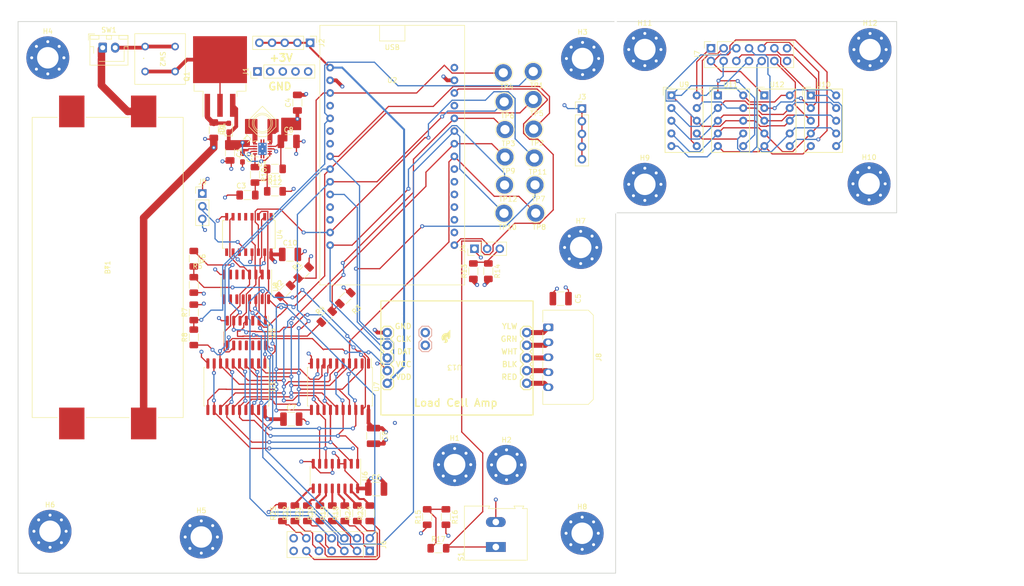
<source format=kicad_pcb>
(kicad_pcb (version 20211014) (generator pcbnew)
  (layers (0 "F.Cu" signal) (1 "In1.Cu" power "GND") (2 "In2.Cu" power "5V") (31 "B.Cu" signal) (34 "B.Paste" user) (35 "F.Paste" user) (36 "B.SilkS" user "B.Silkscreen") (37 "F.SilkS" user "F.Silkscreen") (38 "B.Mask" user) (39 "F.Mask" user) (44 "Edge.Cuts" user))
  (net 0 "")
  (net 1 "/power-SMD/PowerIn+")
  (net 2 "GNDA")
  (net 3 "/power-SMD/Vin-SMD+")
  (net 4 "Net-(C2-Pad1)")
  (net 5 "+5VA")
  (net 6 "Net-(C3-Pad2)")
  (net 7 "Net-(D1-Pad2)")
  (net 8 "/power-SMD/inductor1")
  (net 9 "Net-(Q1-Pad2)")
  (net 10 "/esp32-SMD/IO15")
  (net 11 "/7-segment-display-SMD/_a")
  (net 12 "/7-segment-display-SMD/a")
  (net 13 "/7-segment-display-SMD/_b")
  (net 14 "/7-segment-display-SMD/b")
  (net 15 "/7-segment-display-SMD/_c")
  (net 16 "/7-segment-display-SMD/c")
  (net 17 "/7-segment-display-SMD/_d")
  (net 18 "/7-segment-display-SMD/d")
  (net 19 "/7-segment-display-SMD/_e")
  (net 20 "/7-segment-display-SMD/e")
  (net 21 "/7-segment-display-SMD/_f")
  (net 22 "/7-segment-display-SMD/f")
  (net 23 "/7-segment-display-SMD/_g")
  (net 24 "/7-segment-display-SMD/g")
  (net 25 "/7-segment-display-SMD/_dp")
  (net 26 "/7-segment-display-SMD/_dpBoard")
  (net 27 "Net-(SW1-Pad2)")
  (net 28 "/7-segment-display-SMD/_hundreds")
  (net 29 "/7-segment-display-SMD/_tens")
  (net 30 "/7-segment-display-SMD/_ones")
  (net 31 "/7-segment-display-SMD/_thousands")
  (net 32 "/7-segment-display-SMD/BCD_in4")
  (net 33 "/7-segment-display-SMD/BCD_in1")
  (net 34 "/esp32-SMD/IO21")
  (net 35 "/7-segment-display-SMD/BCD_in2")
  (net 36 "/7-segment-display-SMD/BCD_in3")
  (net 37 "/7-segment-display-SMD/clk-7SegmentDisplay")
  (net 38 "/esp32-SMD/IO23")
  (net 46 "/esp32-SMD/IO14")
  (net 47 "+3.3VA")
  (net 55 "+a")
  (net 56 "+thousands")
  (net 57 "+b")
  (net 58 "+hundreds")
  (net 59 "+c")
  (net 60 "+tens")
  (net 61 "+d")
  (net 62 "+ones")
  (net 63 "+e")
  (net 64 "+dp")
  (net 65 "+f")
  (net 66 "+g")
  (net 67 "/7-segment-display-SMD/thousands")
  (net 68 "/7-segment-display-SMD/hundreds")
  (net 69 "/7-segment-display-SMD/tens")
  (net 70 "/7-segment-display-SMD/ones")
  (net 71 "/7-segment-display-SMD/BCD_out1")
  (net 72 "/7-segment-display-SMD/BCD_out2")
  (net 73 "/7-segment-display-SMD/BCD_out3")
  (net 74 "/7-segment-display-SMD/BCD_out4")
  (net 76 "Net-(U4-Pad2)")
  (net 77 "Net-(U4-Pad3)")
  (net 78 "Net-(U4-Pad4)")
  (net 81 "Net-(U4-Pad7)")
  (net 83 "Net-(U4-Pad10)")
  (net 92 "/power-SMD/inductor2")
  (net 93 "Net-(J5-Pad2)")
  (net 94 "Net-(J4-Pad2)")
  (net 95 "Net-(J4-Pad3)")
  (net 100 "Net-(J8-Pad1)")
  (net 101 "Net-(J8-Pad2)")
  (net 102 "Net-(J8-Pad3)")
  (net 103 "Net-(J8-Pad4)")
  (net 104 "Net-(J8-Pad5)")
  (net 105 "/esp32-SMD/IO5")
  (net 106 "/esp32-SMD/IO4")
  (net 107 "Net-(R10-Pad1)")
  (net 108 "Net-(R15-Pad2)")
  (net 109 "/esp32-SMD/button")
  (footprint "Connector_PinHeader_2.54mm:PinHeader_1x05_P2.54mm_Vertical" (layer "F.Cu") (at 119.25 49.5 90)
    (fp_text reference "J1")
    (fp_text value "Conn_01x05_Male")
  )
  (footprint "Connector_PinHeader_2.54mm:PinHeader_1x05_P2.54mm_Vertical" (layer "F.Cu") (at 129.79 43.75 -90)
    (fp_text reference "J2")
    (fp_text value "~")
  )
  (footprint "lib_fp:Eye_Mousebites" (layer "F.Cu") (at 191 43.3 90)
    (fp_text reference "REF**" hide)
    (fp_text value "Eye_Mousebites" hide)
  )
  (footprint "MountingHole:MountingHole_4.3mm_M4_Pad_Via" (layer "F.Cu") (at 158.75 128.25)
    (fp_text reference "H1")
    (fp_text value "MountingHole-M5")
  )
  (footprint "Capacitor_SMD:C_1210_3225Metric_Pad1.33x2.70mm_HandSolder" (layer "F.Cu") (at 143.028015 133.141658)
    (fp_text reference "C6")
    (fp_text value "1uF")
  )
  (footprint "TestPoint:TestPoint_Loop_D2.50mm_Drill1.85mm" (layer "F.Cu") (at 168.75 72.25)
    (fp_text reference "TP12")
    (fp_text value "TestPoint")
  )
  (footprint "Capacitor_SMD:C_1210_3225Metric_Pad1.33x2.70mm_HandSolder" (layer "F.Cu") (at 179.9911 94.999999)
    (fp_text reference "C5")
    (fp_text value "1uF")
  )
  (footprint "TestPoint:TestPoint_Loop_D2.50mm_Drill1.85mm" (layer "F.Cu") (at 174.98676 77.8753)
    (fp_text reference "TP8")
    (fp_text value "TestPoint")
  )
  (footprint "Resistor_SMD:R_1206_3216Metric_Pad1.30x1.75mm_HandSolder" (layer "F.Cu") (at 131.75 138 90)
    (fp_text reference "R20")
    (fp_text value "~")
  )
  (footprint "Resistor_SMD:R_1206_3216Metric_Pad1.30x1.75mm_HandSolder" (layer "F.Cu") (at 122.75 73.5)
    (fp_text reference "R12")
    (fp_text value "49.9K")
  )
  (footprint "Resistor_SMD:R_1206_3216Metric_Pad1.30x1.75mm_HandSolder" (layer "F.Cu") (at 126.75 138 90)
    (fp_text reference "R22")
    (fp_text value "~")
  )
  (footprint "Diode_SMD:D_0603_1608Metric_Pad1.05x0.95mm_HandSolder" (layer "F.Cu") (at 113.5 60.75 90)
    (fp_text reference "D1")
    (fp_text value "D_Zener-10V")
  )
  (footprint "Resistor_SMD:R_1206_3216Metric_Pad1.30x1.75mm_HandSolder" (layer "F.Cu") (at 157 138.75 -90)
    (fp_text reference "R16")
    (fp_text value "10K")
  )
  (footprint "TestPoint:TestPoint_Loop_D2.50mm_Drill1.85mm" (layer "F.Cu") (at 174.582586 61.034711)
    (fp_text reference "TP2")
    (fp_text value "TestPoint")
  )
  (footprint "Connector_Molex:Molex_Micro-Fit_3.0_43650-0500_1x05_P3.00mm_Horizontal" (layer "F.Cu") (at 177.5 100.75 -90)
    (fp_text reference "J8")
    (fp_text value "Conn_01x05_Male")
  )
  (footprint "Package_SO:SOIC-16W_5.3x10.2mm_P1.27mm" (layer "F.Cu") (at 117.528016 82.141659 -90)
    (fp_text reference "U4")
    (fp_text value "~")
  )
  (footprint "Capacitor_SMD:C_1210_3225Metric_Pad1.33x2.70mm_HandSolder" (layer "F.Cu") (at 125.5 63.5)
    (fp_text reference "C8")
    (fp_text value "1uF")
  )
  (footprint "MountingHole:MountingHole_4.3mm_M4_Pad_Via" (layer "F.Cu") (at 241.967578 45.10874)
    (fp_text reference "H12")
    (fp_text value "~")
  )
  (footprint "TestPoint:TestPoint_Loop_D2.50mm_Drill1.85mm" (layer "F.Cu") (at 168.5 49.75)
    (fp_text reference "TP4")
    (fp_text value "TestPoint")
  )
  (footprint "TestPoint:TestPoint_Loop_D2.50mm_Drill1.85mm" (layer "F.Cu") (at 168.641258 77.893995)
    (fp_text reference "TP10")
    (fp_text value "TestPoint")
  )
  (footprint "MountingHole:MountingHole_4.3mm_M4_Pad_Via" (layer "F.Cu") (at 196.85 45.1)
    (fp_text reference "H11")
    (fp_text value "~")
  )
  (footprint "MountingHole:MountingHole_4.3mm_M4_Pad_Via" (layer "F.Cu") (at 184 84.75)
    (fp_text reference "H7")
    (fp_text value "MountingHole")
  )
  (footprint "Resistor_SMD:R_1206_3216Metric_Pad1.30x1.75mm_HandSolder" (layer "F.Cu") (at 124.25 138 90)
    (fp_text reference "R25")
    (fp_text value "~")
  )
  (footprint "Resistor_SMD:R_1206_3216Metric_Pad1.30x1.75mm_HandSolder" (layer "F.Cu") (at 134.25 138 90)
    (fp_text reference "R19")
    (fp_text value "~")
  )
  (footprint "knownParts:ESP32-DEVKIT" (layer "F.Cu") (at 146.25 66.25 180)
    (fp_text reference "U2")
    (fp_text value "ESP32-WROOM-32D")
  )
  (footprint "TestPoint:TestPoint_Loop_D2.50mm_Drill1.85mm" (layer "F.Cu") (at 174.852035 72.216862)
    (fp_text reference "TP7")
    (fp_text value "TestPoint")
  )
  (footprint "Connector_PinHeader_2.54mm:PinHeader_1x05_P2.54mm_Vertical" (layer "F.Cu") (at 184.25 56.925)
    (fp_text reference "J3")
    (fp_text value "~")
  )
  (footprint "knownParts:Sumida-1uH-Inductor" (layer "F.Cu") (at 120.25 59.853554 135)
    (fp_text reference "L1")
    (fp_text value "1uH")
  )
  (footprint "MountingHole:MountingHole_4.3mm_M4_Pad_Via" (layer "F.Cu") (at 77.7 141.6)
    (fp_text reference "H6")
    (fp_text value "MountingHole")
  )
  (footprint "Resistor_SMD:R_1206_3216Metric_Pad1.30x1.75mm_HandSolder" (layer "F.Cu") (at 136.846016 94.903984 45)
    (fp_text reference "R3")
    (fp_text value "10K")
  )
  (footprint "Package_SON:VSON-10-1EP_3x3mm_P0.5mm_EP1.65x2.4mm_ThermalVias" (layer "F.Cu") (at 120.25 65)
    (fp_text reference "U1")
    (fp_text value "~")
  )
  (footprint "Resistor_SMD:R_1206_3216Metric_Pad1.30x1.75mm_HandSolder" (layer "F.Cu") (at 165.5 89.5 -90)
    (fp_text reference "R14")
    (fp_text value "R")
  )
  (footprint "Resistor_SMD:R_1206_3216Metric_Pad1.30x1.75mm_HandSolder" (layer "F.Cu") (at 133.133705 98.616295 45)
    (fp_text reference "R4")
    (fp_text value locked "5K")
  )
  (footprint "1012:1012" (layer "F.Cu") (at 89.25 88.75 -90)
    (fp_text reference "BT1")
    (fp_text value "~")
  )
  (footprint "Resistor_SMD:R_1206_3216Metric_Pad1.30x1.75mm_HandSolder" (layer "F.Cu") (at 106.5 102.75 90)
    (fp_text reference "R8")
    (fp_text value "5K")
  )
  (footprint "TestPoint:TestPoint_Loop_D2.50mm_Drill1.85mm" (layer "F.Cu") (at 174.515224 55.106824)
    (fp_text reference "TP5")
    (fp_text value "TestPoint")
  )
  (footprint "Package_SO:SOIC-16_3.9x9.9mm_P1.27mm" (layer "F.Cu") (at 134.875 130.55 -90)
    (fp_text reference "U6")
    (fp_text value "~")
  )
  (footprint "Display_7Segment:HDSP-7507" (layer "F.Cu") (at 211.4825 54.2825)
    (fp_text reference "U11")
    (fp_text value "~")
  )
  (footprint "Resistor_SMD:R_1206_3216Metric_Pad1.30x1.75mm_HandSolder" (layer "F.Cu") (at 106.5 97.75 90)
    (fp_text reference "R7")
    (fp_text value "10K")
  )
  (footprint "Connector_PinSocket_2.54mm:PinSocket_2x07_P2.54mm_Vertical" (layer "F.Cu") (at 141.74 145.54 -90)
    (fp_text reference "J6")
    (fp_text value "~")
  )
  (footprint "TestPoint:TestPoint_Loop_D2.50mm_Drill1.85mm" (layer "F.Cu") (at 174.717311 66.827874)
    (fp_text reference "TP11")
    (fp_text value "TestPoint")
  )
  (footprint "Capacitor_SMD:C_1206_3216Metric_Pad1.33x1.80mm_HandSolder" (layer "F.Cu") (at 117.25 74.25)
    (fp_text reference "C3")
    (fp_text value "33pF")
  )
  (footprint "Sparkfun-Library:Outline-LoadCellAmp" (layer "F.Cu") (at 158.7411 108.278199 180)
    (fp_text reference "U13")
    (fp_text value "SparkFun-LoadCellAmp")
  )
  (footprint "Resistor_SMD:R_1206_3216Metric_Pad1.30x1.75mm_HandSolder" (layer "F.Cu") (at 106.5 92.25 -90)
    (fp_text reference "R5")
    (fp_text value "10K")
  )
  (footprint "lib_fp:Eye_Mousebites" (layer "F.Cu") (at 191 73.95 90)
    (fp_text reference "REF**" hide)
    (fp_text value "Eye_Mousebites" hide)
  )
  (footprint "Resistor_SMD:R_1206_3216Metric_Pad1.30x1.75mm_HandSolder" (layer "F.Cu") (at 124.787689 93.462311 45)
    (fp_text reference "R2")
    (fp_text value "5K")
  )
  (footprint "Display_7Segment:HDSP-7507" (layer "F.Cu") (at 220.7925 54.2825)
    (fp_text reference "U12")
    (fp_text value "~")
  )
  (footprint "Capacitor_SMD:C_0603_1608Metric_Pad1.08x0.95mm_HandSolder" (layer "F.Cu") (at 116.25 66.75 -90)
    (fp_text reference "C2")
    (fp_text value "47nF")
  )
  (footprint "Display_7Segment:HDSP-7507" (layer "F.Cu") (at 202.1725 54.2825)
    (fp_text reference "U9")
    (fp_text value "~")
  )
  (footprint "Package_TO_SOT_SMD:TO-263-3_TabPin2" (layer "F.Cu") (at 111.75 50.5 90)
    (fp_text reference "Q1")
    (fp_text value "IRF5305-Reverse-Polarity")
  )
  (footprint "lib_fp:Eye_Mousebites" (layer "F.Cu") (at 191 57.5 90)
    (fp_text reference "REF**" hide)
    (fp_text value "Eye_Mousebites" hide)
  )
  (footprint "Connector_PinHeader_2.54mm:PinHeader_1x03_P2.54mm_Vertical" (layer "F.Cu") (at 108.203972 73.942556)
    (fp_text reference "J5")
    (fp_text value "~")
  )
  (footprint "Connector_PinHeader_2.54mm:PinHeader_1x03_P2.54mm_Vertical" (layer "F.Cu") (at 162.725 85 90)
    (fp_text reference "J4")
    (fp_text value "Conn_01x03_Female")
  )
  (footprint "TerminalBlock:TerminalBlock_Altech_AK300-2_P5.00mm" (layer "F.Cu") (at 167 144.75 90)
    (fp_text reference "S1")
    (fp_text value "Generic-Switch")
  )
  (footprint "Display_7Segment:HDSP-7507" (layer "F.Cu") (at 230.1025 54.2825)
    (fp_text reference "U10")
    (fp_text value "~")
  )
  (footprint "MountingHole:MountingHole_4.3mm_M4_Pad_Via" (layer "F.Cu") (at 184.375 46.9)
    (fp_text reference "H3")
    (fp_text value "MountingHole")
  )
  (footprint "Capacitor_SMD:C_1210_3225Metric_Pad1.33x2.70mm_HandSolder" (layer "F.Cu") (at 125.778015 86.141659)
    (fp_text reference "C10")
    (fp_text value "1uF")
  )
  (footprint "Resistor_SMD:R_1206_3216Metric_Pad1.30x1.75mm_HandSolder" (layer "F.Cu") (at 153.25 138.75 90)
    (fp_text reference "R15")
    (fp_text value "5K")
  )
  (footprint "Resistor_SMD:R_1206_3216Metric_Pad1.30x1.75mm_HandSolder" (layer "F.Cu") (at 162.5 89.5 90)
    (fp_text reference "R13")
    (fp_text value "R")
  )
  (footprint "lib_fp:Eye_Mousebites" (layer "F.Cu") (at 191 65.7 90)
    (fp_text reference "REF**" hide)
    (fp_text value "Eye_Mousebites" hide)
  )
  (footprint "TestPoint:TestPoint_Loop_D2.50mm_Drill1.85mm" (layer "F.Cu") (at 168.836172 66.621456)
    (fp_text reference "TP9")
    (fp_text value "TestPoint")
  )
  (footprint "Capacitor_SMD:C_1210_3225Metric_Pad1.33x2.70mm_HandSolder" (layer "F.Cu") (at 142.5 122.5 -90)
    (fp_text reference "C9")
    (fp_text value "1uF")
  )
  (footprint "Package_SO:SOIC-20W_7.5x12.8mm_P1.27mm" (layer "F.Cu") (at 115.028016 112.641659 -90)
    (fp_text reference "U3")
    (fp_text value "~")
  )
  (footprint "Resistor_SMD:R_1206_3216Metric_Pad1.30x1.75mm_HandSolder" (layer "F.Cu") (at 155.5 145)
    (fp_text reference "R17")
    (fp_text value "10K")
  )
  (footprint "Resistor_SMD:R_1206_3216Metric_Pad1.30x1.75mm_HandSolder" (layer "F.Cu") (at 128.5 89.75 45)
    (fp_text reference "R1")
    (fp_text value "10K")
  )
  (footprint "MountingHole:MountingHole_4mm_Pad_Via" (layer "F.Cu") (at 169.144816 128.297232)
    (fp_text reference "H2")
    (fp_text value "MountingHole-M5")
  )
  (footprint "TestPoint:TestPoint_Loop_D2.50mm_Drill1.85mm" (layer "F.Cu") (at 174.5 49.5)
    (fp_text reference "TP1")
    (fp_text value "TestPoint")
  )
  (footprint "MountingHole:MountingHole_4.3mm_M4_Pad_Via" (layer "F.Cu") (at 184.3 142)
    (fp_text reference "H8")
    (fp_text value "MountingHole")
  )
  (footprint "Package_SO:SOIC-14_3.9x8.7mm_P1.27mm" (layer "F.Cu") (at 117.028015 101.891659 -90)
    (fp_text reference "U5")
    (fp_text value "~")
  )
  (footprint "MountingHole:MountingHole_4.3mm_M4_Pad_Via" (layer "F.Cu") (at 241.77463 71.992771)
    (fp_text reference "H10")
    (fp_text value "~")
  )
  (footprint "lib_fp:Eye_Mousebites" (layer "F.Cu") (at 191 49.3 90)
    (fp_text reference "REF**" hide)
    (fp_text value "Eye_Mousebites" hide)
  )
  (footprint "MountingHole:MountingHole_4.3mm_M4_Pad_Via" (layer "F.Cu") (at 108 142.75)
    (fp_text reference "H5")
    (fp_text value "MountingHole")
  )
  (footprint "Resistor_SMD:R_1206_3216Metric_Pad1.30x1.75mm_HandSolder" (layer "F.Cu") (at 129.25 138 90)
    (fp_text reference "R21")
    (fp_text value "~")
  )
  (footprint "Capacitor_SMD:C_1206_3216Metric_Pad1.33x1.80mm_HandSolder" (layer "F.Cu") (at 127.25 55.75 90)
    (fp_text reference "C4")
    (fp_text value "4.7")
  )
  (footprint "knownParts:PVA1 EE H1 3.5N V2 Switch" (layer "F.Cu") (at 99.75 47 -90)
    (fp_text reference "SW2")
    (fp_text value "SW_DPST")
  )
  (footprint "Connector_JST:JST_XH_B2B-XH-AM_1x02_P2.50mm_Vertical" (layer "F.Cu") (at 88.25 44.725)
    (fp_text reference "SW1")
    (fp_text value "SW_DIP_x01")
  )
  (footprint "MountingHole:MountingHole_4.3mm_M4_Pad_Via" (layer "F.Cu") (at 77.25 46.75)
    (fp_text reference "H4")
    (fp_text value "MountingHole")
  )
  (footprint "MountingHole:MountingHole_4.3mm_M4_Pad_Via" (layer "F.Cu") (at 196.85 72.1)
    (fp_text reference "H9")
    (fp_text value "~")
  )
  (footprint "TestPoint:TestPoint_Loop_D2.50mm_Drill1.85mm" (layer "F.Cu") (at 168.673743 55.576317)
    (fp_text reference "TP6")
    (fp_text value "TestPoint")
  )
  (footprint "Resistor_SMD:R_1206_3216Metric_Pad1.30x1.75mm_HandSolder" (layer "F.Cu") (at 136.75 138 90)
    (fp_text reference "R18")
    (fp_text value "~")
  )
  (footprint "Capacitor_SMD:C_1206_3216Metric_Pad1.33x1.80mm_HandSolder" (layer "F.Cu") (at 113.75 65.75 -90)
    (fp_text reference "C1")
    (fp_text value "4.7uF")
  )
  (footprint "Connector_PinSocket_2.54mm:PinSocket_2x07_P2.54mm_Vertical" (layer "F.Cu") (at 210.1 44.85 90)
    (fp_text reference "J7")
    (fp_text value "Conn_02x07_Odd_Even")
  )
  (footprint "Package_SO:SOIC-20W_7.5x12.8mm_P1.27mm" (layer "F.Cu") (at 135.778015 112.641659 -90)
    (fp_text reference "U7")
    (fp_text value "~")
  )
  (footprint "Resistor_SMD:R_1206_3216Metric_Pad1.30x1.75mm_HandSolder" (layer "F.Cu") (at 141.75 138 90)
    (fp_text reference "R23")
    (fp_text value "~")
  )
  (footprint "Package_SO:SOIC-16_3.9x9.9mm_P1.27mm" (layer "F.Cu") (at 117.028015 92.641658 -90)
    (fp_text reference "U8")
    (fp_text value "~")
  )
  (footprint "TestPoint:TestPoint_Loop_D2.50mm_Drill1.85mm" (layer "F.Cu") (at 168.836172 61.131372)
    (fp_text reference "TP3")
    (fp_text value "TestPoint")
  )
  (footprint "Capacitor_SMD:C_1210_3225Metric_Pad1.33x2.70mm_HandSolder" (layer "F.Cu") (at 126.028015 119.141659)
    (fp_text reference "C7")
    (fp_text value "1uF")
  )
  (footprint "Resistor_SMD:R_1206_3216Metric_Pad1.30x1.75mm_HandSolder" (layer "F.Cu") (at 139.25 138 90)
    (fp_text reference "R24")
    (fp_text value "~")
  )
  (footprint "Resistor_SMD:R_1206_3216Metric_Pad1.30x1.75mm_HandSolder" (layer "F.Cu") (at 118.75 70.199999 -90)
    (fp_text reference "R10")
    (fp_text value "100R")
  )
  (footprint "Resistor_SMD:R_1206_3216Metric_Pad1.30x1.75mm_HandSolder" (layer "F.Cu") (at 122.75 69 180)
    (fp_text reference "R11")
    (fp_text value "150K")
  )
  (footprint "Resistor_SMD:R_1206_3216Metric_Pad1.30x1.75mm_HandSolder" (layer "F.Cu") (at 106.5 87 -90)
    (fp_text reference "R6")
    (fp_text value "5K")
  )
  (footprint "Resistor_SMD:R_1206_3216Metric_Pad1.30x1.75mm_HandSolder" (layer "F.Cu") (at 110.5 61.25 -90)
    (fp_text reference "R9")
    (fp_text value "100K")
  )
  (gr_line (start 191 150) (end 71.3 150) (layer "Edge.Cuts") (width 0.15))
  (gr_line (start 191 77.8) (end 191 150) (layer "Edge.Cuts") (width 0.15))
  (gr_line (start 71.3 39.5) (end 247.3 39.5) (layer "Edge.Cuts") (width 0.15))
  (gr_line (start 71.3 150) (end 71.3 39.5) (layer "Edge.Cuts") (width 0.15))
  (gr_line (start 247.3 77.8) (end 191 77.8) (layer "Edge.Cuts") (width 0.15))
  (gr_line (start 247.3 39.5) (end 247.3 77.8) (layer "Edge.Cuts") (width 0.15))
  (gr_text "GND" (at 123.75 52.5) (layer "F.SilkS") (effects (font (size 1.5 1.5) (thickness 0.3))))
  (gr_text "+3V" (at 124 46.75) (layer "F.SilkS") (effects (font (size 1.5 1.5) (thickness 0.3))))
  (segment (start 96.449998 57.4953) (end 93.2453 57.4953) (width 1.5) (layer "F.Cu") (net 1))
  (segment (start 88 52.25) (end 88 44.975) (width 1.5) (layer "F.Cu") (net 1))
  (segment (start 93.2453 57.4953) (end 88 52.25) (width 1.5) (layer "F.Cu") (net 1))
  (segment (start 88 44.975) (end 88.25 44.725) (width 0.25) (layer "F.Cu") (net 1))
  (segment (start 129.596016 86.903984) (end 130 86.5) (width 0.25) (layer "F.Cu") (net 2))
  (segment (start 127.590516 119.141659) (end 128.528015 119.141657) (width 0.25) (layer "F.Cu") (net 2))
  (segment (start 127.0625 63.5) (end 127.0625 65.9375) (width 0.25) (layer "F.Cu") (net 2))
  (segment (start 108.028015 106.706658) (end 108.028015 105.641659) (width 0.25) (layer "F.Cu") (net 2))
  (segment (start 144.5625 123.6875) (end 145 123.25) (width 0.75) (layer "F.Cu") (net 2))
  (segment (start 158.696 51.264) (end 157.264 51.264) (width 0.75) (layer "F.Cu") (net 2))
  (segment (start 118.163015 85.691659) (end 118.163015 87.256659) (width 0.25) (layer "F.Cu") (net 2))
  (segment (start 112.583016 90.166659) (end 111.803015 90.166659) (width 0.25) (layer "F.Cu") (net 2))
  (segment (start 108.3 93.8) (end 108.5 94) (width 0.25) (layer "F.Cu") (net 2))
  (segment (start 128.8125 54.1875) (end 129 54) (width 0.25) (layer "F.Cu") (net 2))
  (segment (start 144.590515 133.141658) (end 144.590515 131.840515) (width 0.25) (layer "F.Cu") (net 2))
  (segment (start 157 140.3) (end 157 142) (width 0.25) (layer "F.Cu") (net 2))
  (segment (start 143.301199 101.801199) (end 142.75 101.25) (width 0.75) (layer "F.Cu") (net 2))
  (segment (start 121.725 65) (end 122.5 65) (width 0.25) (layer "F.Cu") (net 2))
  (segment (start 130.43 128.075) (end 129.996659 127.641658) (width 0.25) (layer "F.Cu") (net 2))
  (segment (start 130.063015 107.991659) (end 130.063015 106.563015) (width 0.25) (layer "F.Cu") (net 2))
  (segment (start 144.5625 124.0625) (end 144.5625 123.6875) (width 0.75) (layer "F.Cu") (net 2))
  (segment (start 127.340515 86.141659) (end 128.108341 86.141659) (width 0.25) (layer "F.Cu") (net 2))
  (segment (start 127.0625 63.5) (end 128.5 63.5) (width 0.25) (layer "F.Cu") (net 2))
  (segment (start 134.24 129.853644) (end 134.278015 129.891657) (width 0.25) (layer "F.Cu") (net 2))
  (segment (start 106.5 96.2) (end 108.3 96.2) (width 0.25) (layer "F.Cu") (net 2))
  (segment (start 135.014 51.264) (end 136.25 52.5) (width 0.75) (layer "F.Cu") (net 2))
  (segment (start 131.870587 129.891658) (end 134.278015 129.891657) (width 0.25) (layer "F.Cu") (net 2))
  (segment (start 157.264 51.264) (end 156.5 50.5) (width 0.75) (layer "F.Cu") (net 2))
  (segment (start 146.840516 119.829157) (end 146.778015 119.891657) (width 0.25) (layer "F.Cu") (net 2))
  (segment (start 162.725 85.475) (end 163.75 86.5) (width 0.25) (layer "F.Cu") (net 2))
  (segment (start 165.5 91.5) (end 164.75 92.25) (width 0.75) (layer "F.Cu") (net 2))
  (segment (start 112.078016 78.591659) (end 111.278015 79.391657) (width 0.25) (layer "F.Cu") (net 2))
  (segment (start 114 67.5) (end 112.25 67.5) (width 0.25) (layer "F.Cu") (net 2))
  (segment (start 127.0625 65.9375) (end 127 66) (width 0.25) (layer "F.Cu") (net 2))
  (segment (start 130.063015 107.991659) (end 129.491659 107.991659) (width 0.25) (layer "F.Cu") (net 2))
  (segment (start 118.074543 65.5) (end 117.518636 66.055907) (width 0.25) (layer "F.Cu") (net 2))
  (segment (start 142.5 124.0625) (end 144.5625 124.0625) (width 0.75) (layer "F.Cu") (net 2))
  (segment (start 111.803015 90.166659) (end 110.778015 89.141659) (width 0.25) (layer "F.Cu") (net 2))
  (segment (start 128.108341 86.141659) (end 128.75 85.5) (width 0.25) (layer "F.Cu") (net 2))
  (segment (start 110.5 63.05) (end 108.8 63.05) (width 0.25) (layer "F.Cu") (net 2))
  (segment (start 108.8 63.05) (end 108.75 63) (width 0.25) (layer "F.Cu") (net 2))
  (segment (start 128.528015 119.141657) (end 129.278015 119.891659) (width 0.25) (layer "F.Cu") (net 2))
  (segment (start 130.43 128.075) (end 130.43 128.451072) (width 0.25) (layer "F.Cu") (net 2))
  (segment (start 133.804 51.264) (end 135.014 51.264) (width 0.75) (layer "F.Cu") (net 2))
  (segment (start 162.725 85) (end 162.725 85.475) (width 0.25) (layer "F.Cu") (net 2))
  (segment (start 129.996659 127.641658) (end 128.028015 127.641658) (width 0.25) (layer "F.Cu") (net 2))
  (segment (start 181.5536 94.999999) (end 181.5536 93.3036) (width 0.25) (layer "F.Cu") (net 2))
  (segment (start 165.5 90.8) (end 165.5 91.5) (width 0.25) (layer "F.Cu") (net 2))
  (segment (start 116.25 67.6125) (end 116.25 69) (width 0.25) (layer "F.Cu") (net 2))
  (segment (start 109.313014 107.991657) (end 108.028015 106.706658) (width 0.25) (layer "F.Cu") (net 2))
  (segment (start 118.775 65.5) (end 118.074543 65.5) (width 0.25) (layer "F.Cu") (net 2))
  (segment (start 127.25 54.1875) (end 128.8125 54.1875) (width 0.75) (layer "F.Cu") (net 2))
  (segment (start 129.596016 88.653984) (end 129.596016 86.903984) (width 0.25) (layer "F.Cu") (net 2))
  (segment (start 167 139.75) (end 167 135.25) (width 0.25) (layer "F.Cu") (net 2))
  (segment (start 137.557968 93.807968) (end 136.5 92.75) (width 0.25) (layer "F.Cu") (net 2))
  (segment (start 110.5 64.75) (end 110.5 63.05) (width 1.5) (layer "F.Cu") (net 2))
  (segment (start 145.25 101.801199) (end 143.301199 101.801199) (width 0.75) (layer "F.Cu") (net 2))
  (segment (start 126 73.5) (end 126.5 73) (width 0.25) (layer "F.Cu") (net 2))
  (segment (start 124.3 73.5) (end 126 73.5) (width 0.25) (layer "F.Cu") (net 2))
  (segment (start 157 142) (end 157.5 142.5) (width 0.25) (layer "F.Cu") (net 2))
  (segment (start 96.449998 78.800002) (end 110.5 64.75) (width 1.5) (layer "F.Cu") (net 2))
  (segment (start 114 67.5) (end 114 69) (width 0.25) (layer "F.Cu") (net 2))
  (segment (start 96.449998 120.0047) (end 96.449998 78.800002) (width 1.5) (layer "F.Cu") (net 2))
  (segment (start 118.163015 87.256659) (end 117.778015 87.641657) (width 0.25) (layer "F.Cu") (net 2))
  (segment (start 112.053015 99.416659) (end 111.528015 98.891659) (width 0.25) (layer "F.Cu") (net 2))
  (segment (start 130.43 128.451072) (end 131.870587 129.891658) (width 0.25) (layer "F.Cu") (net 2))
  (segment (start 113.218015 99.416658) (end 112.053015 99.416659) (width 0.25) (layer "F.Cu") (net 2))
  (segment (start 106.5 93.8) (end 108.3 93.8) (width 0.25) (layer "F.Cu") (net 2))
  (segment (start 108.3 96.2) (end 108.5 96) (width 0.25) (layer "F.Cu") (net 2))
  (segment (start 144.590515 131.840515) (end 143.75 131) (width 0.75) (layer "F.Cu") (net 2))
  (segment (start 122.5 65) (end 123 65.5) (width 0.25) (layer "F.Cu") (net 2))
  (segment (start 163.75 86.5) (end 164 86.75) (width 0.25) (layer "F.Cu") (net 2))
  (segment (start 130.063015 106.563015) (end 129.5 106) (width 0.25) (layer "F.Cu") (net 2))
  (segment (start 137.942032 93.807968) (end 137.557968 93.807968) (width 0.25) (layer "F.Cu") (net 2))
  (segment (start 181.5536 93.3036) (end 181 92.75) (width 0.25) (layer "F.Cu") (net 2))
  (segment (start 113.083015 78.591657) (end 112.078016 78.591659) (width 0.25) (layer "F.Cu") (net 2))
  (segment (start 134.240001 128.075) (end 134.24 129.853644) (width 0.25) (layer "F.Cu") (net 2))
  (via (at 108.75 63) (size 0.8) (drill 0.4) (layers "F.Cu" "B.Cu") (net 2))
  (via (at 108.5 94) (size 0.8) (drill 0.4) (layers "F.Cu" "B.Cu") (net 2))
  (via (at 108.028015 105.641659) (size 0.8) (drill 0.4) (layers "F.Cu" "B.Cu") (net 2))
  (via (at 146.778015 119.891657) (size 0.8) (drill 0.4) (layers "F.Cu" "B.Cu") (net 2))
  (via (at 111.528015 98.891659) (size 0.8) (drill 0.4) (layers "F.Cu" "B.Cu") (net 2))
  (via (at 126.5 73) (size 0.8) (drill 0.4) (layers "F.Cu" "B.Cu") (net 2))
  (via (at 128.75 85.5) (size 0.8) (drill 0.4) (layers "F.Cu" "B.Cu") (net 2))
  (via (at 128.5 63.5) (size 0.8) (drill 0.4) (layers "F.Cu" "B.Cu") (net 2))
  (via (at 128.028015 127.641658) (size 0.8) (drill 0.4) (layers "F.Cu" "B.Cu") (net 2))
  (via (at 112.25 67.5) (size 0.8) (drill 0.4) (layers "F.Cu" "B.Cu") (net 2))
  (via (at 111.278015 79.391657) (size 0.8) (drill 0.4) (layers "F.Cu" "B.Cu") (net 2))
  (via (at 136.5 92.75) (size 0.8) (drill 0.4) (layers "F.Cu" "B.Cu") (net 2))
  (via (at 127 66) (size 0.8) (drill 0.4) (layers "F.Cu" "B.Cu") (net 2))
  (via (at 157.5 142.5) (size 0.8) (drill 0.4) (layers "F.Cu" "B.Cu") (net 2))
  (via (at 108.75 81.25) (size 0.8) (drill 0.4) (layers "F.Cu" "B.Cu") (net 2))
  (via (at 145 123.25) (size 0.8) (drill 0.4) (layers "F.Cu" "B.Cu") (net 2))
  (via (at 129.278015 119.891659) (size 0.8) (drill 0.4) (layers "F.Cu" "B.Cu") (net 2))
  (via (at 110.5 64.75) (size 0.8) (drill 0.4) (layers "F.Cu" "B.Cu") (net 2))
  (via (at 116.25 69) (size 0.8) (drill 0.4) (layers "F.Cu" "B.Cu") (net 2))
  (via (at 164.75 92.25) (size 0.8) (drill 0.4) (layers "F.Cu" "B.Cu") (net 2))
  (via (at 114 69) (size 0.8) (drill 0.4) (layers "F.Cu" "B.Cu") (net 2))
  (via (at 181 92.75) (size 0.8) (drill 0.4) (layers "F.Cu" "B.Cu") (net 2))
  (via (at 129 54) (size 0.8) (drill 0.4) (layers "F.Cu" "B.Cu") (net 2))
  (via (at 143.75 131) (size 0.8) (drill 0.4) (layers "F.Cu" "B.Cu") (net 2))
  (via (at 134.278015 129.891657) (size 0.8) (drill 0.4) (layers "F.Cu" "B.Cu") (net 2))
  (via (at 129.5 106) (size 0.8) (drill 0.4) (layers "F.Cu" "B.Cu") (net 2))
  (via (at 108.5 96) (size 0.8) (drill 0.4) (layers "F.Cu" "B.Cu") (net 2))
  (via (at 156.5 50.5) (size 0.8) (drill 0.4) (layers "F.Cu" "B.Cu") (net 2))
  (via (at 142.75 101.25) (size 0.8) (drill 0.4) (layers "F.Cu" "B.Cu") (net 2))
  (via (at 117.518636 66.055907) (size 0.8) (drill 0.4) (layers "F.Cu" "B.Cu") (net 2))
  (via (at 167 135.25) (size 0.8) (drill 0.4) (layers "F.Cu" "B.Cu") (net 2))
  (via (at 123 65.5) (size 0.8) (drill 0.4) (layers "F.Cu" "B.Cu") (net 2))
  (via (at 136.25 52.5) (size 0.8) (drill 0.4) (layers "F.Cu" "B.Cu") (net 2))
  (via (at 164 86.75) (size 0.8) (drill 0.4) (layers "F.Cu" "B.Cu") (net 2))
  (via (at 110.778015 89.141659) (size 0.8) (drill 0.4) (layers "F.Cu" "B.Cu") (net 2))
  (via (at 117.778015 87.641657) (size 0.8) (drill 0.4) (layers "F.Cu" "B.Cu") (net 2))
  (via (at 130 86.5) (size 0.8) (drill 0.4) (layers "F.Cu" "B.Cu") (net 2))
  (segment (start 108.250001 78.830001) (end 108.250001 80.750001) (width 0.25) (layer "B.Cu") (net 2))
  (segment (start 108.250001 80.750001) (end 108.75 81.25) (width 0.25) (layer "B.Cu") (net 2))
  (segment (start 113.5 61.625) (end 113.875 61.625) (width 0.25) (layer "F.Cu") (net 3))
  (segment (start 121.725 66) (end 121.725 66.39) (width 0.25) (layer "F.Cu") (net 3))
  (segment (start 113.5 61.625) (end 113.5 63.875) (width 0.75) (layer "F.Cu") (net 3))
  (segment (start 120.19952 67.30048) (end 120 67.5) (width 0.25) (layer "F.Cu") (net 3))
  (segment (start 121.725 65.5) (end 121.725 66) (width 0.25) (layer "F.Cu") (net 3))
  (segment (start 121.725 66.39) (end 120.81452 67.30048) (width 0.25) (layer "F.Cu") (net 3))
  (segment (start 118.775 64.5) (end 114.125 64.5) (width 0.25) (layer "F.Cu") (net 3))
  (segment (start 114.125 64.5) (end 114 64.375) (width 0.25) (layer "F.Cu") (net 3))
  (segment (start 113.5 63.875) (end 114 64.375) (width 0.5) (layer "F.Cu") (net 3))
  (segment (start 120.81452 67.30048) (end 120.19952 67.30048) (width 0.25) (layer "F.Cu") (net 3))
  (segment (start 115 56.985) (end 114.29 56.275) (width 0.75) (layer "F.Cu") (net 3))
  (segment (start 113.875 61.625) (end 115 60.5) (width 0.75) (layer "F.Cu") (net 3))
  (segment (start 113.125 64.375) (end 114 64.375) (width 0.25) (layer "F.Cu") (net 3))
  (segment (start 115 60.5) (end 115 56.985) (width 0.75) (layer "F.Cu") (net 3))
  (via (at 120 67.5) (size 0.8) (drill 0.4) (layers "F.Cu" "B.Cu") (net 3))
  (via (at 116.25 63.75) (size 0.8) (drill 0.4) (layers "F.Cu" "B.Cu") (net 3))
  (segment (start 116.25 65.811885) (end 116.25 63.75) (width 0.25) (layer "B.Cu") (net 3))
  (segment (start 117.938115 67.5) (end 116.25 65.811885) (width 0.25) (layer "B.Cu") (net 3))
  (segment (start 120 67.5) (end 117.938115 67.5) (width 0.25) (layer "B.Cu") (net 3))
  (segment (start 116.5 65.25) (end 116.25 65.5) (width 0.5) (layer "F.Cu") (net 4))
  (segment (start 117.25 65.25) (end 116.5 65.25) (width 0.5) (layer "F.Cu") (net 4))
  (segment (start 116.25 65.5) (end 116.25 65.8875) (width 0.25) (layer "F.Cu") (net 4))
  (segment (start 117.5 65) (end 117.25 65.25) (width 0.25) (layer "F.Cu") (net 4))
  (segment (start 118.775 65) (end 117.5 65) (width 0.25) (layer "F.Cu") (net 4))
  (segment (start 141.493015 119.930515) (end 142.5 120.9375) (width 0.75) (layer "F.Cu") (net 5))
  (segment (start 127.25 57.3125) (end 127.25 59) (width 0.75) (layer "F.Cu") (net 5))
  (segment (start 153.25 140.3) (end 153.25 140.75) (width 0.25) (layer "F.Cu") (net 5))
  (segment (start 108.250001 73.749998) (end 108.250001 72) (width 0.25) (layer "F.Cu") (net 5))
  (segment (start 153.25 140.75) (end 152 142) (width 0.25) (layer "F.Cu") (net 5))
  (segment (start 121.278015 119.141657) (end 124.465514 119.141657) (width 0.75) (layer "F.Cu") (net 5))
  (segment (start 122.423015 86.141659) (end 121.973015 85.691658) (width 0.25) (layer "F.Cu") (net 5))
  (segment (start 141.465515 133.141658) (end 141.465515 131.534485) (width 0.75) (layer "F.Cu") (net 5))
  (segment (start 121.973015 86.836657) (end 122.778015 87.641657) (width 0.75) (layer "F.Cu") (net 5))
  (segment (start 122.9375 64.5) (end 123.9375 63.5) (width 0.25) (layer "F.Cu") (net 5))
  (segment (start 141.493016 117.291657) (end 141.493016 118.106657) (width 0.25) (layer "F.Cu") (net 5))
  (segment (start 135.510001 126.873641) (end 134.528015 125.891659) (width 0.25) (layer "F.Cu") (net 5))
  (segment (start 121.253015 104.366656) (end 122.028016 105.141656) (width 0.25) (layer "F.Cu") (net 5))
  (segment (start 124.5 69.0125) (end 124.4875 69) (width 0.25) (layer "F.Cu") (net 5))
  (segment (start 184.25 56.925) (end 184.25 67.085) (width 0.25) (layer "F.Cu") (net 5))
  (segment (start 135.510001 128.074998) (end 135.510001 126.873641) (width 0.25) (layer "F.Cu") (net 5))
  (segment (start 136.78 128.074998) (end 136.78 127.698926) (width 0.25) (layer "F.Cu") (net 5))
  (segment (start 178.4286 93.8214) (end 179.25 93) (width 0.25) (layer "F.Cu") (net 5))
  (segment (start 135.510001 128.074998) (end 136.78 128.074998) (width 0.25) (layer "F.Cu") (net 5))
  (segment (start 139.32 132.014645) (end 136.78 129.474645) (width 0.25) (layer "F.Cu") (net 5))
  (segment (start 121.973015 85.691658) (end 121.973015 86.836657) (width 0.75) (layer "F.Cu") (net 5))
  (segment (start 142.5 120.9375) (end 144.1875 120.9375) (width 0.75) (layer "F.Cu") (net 5))
  (segment (start 108.250001 72) (end 109.25 71) (width 0.25) (layer "F.Cu") (net 5))
  (segment (start 162.5 91.5) (end 163.25 92.25) (width 0.75) (layer "F.Cu") (net 5))
  (segment (start 115.6875 74.25) (end 113.25 74.25) (width 0.25) (layer "F.Cu") (net 5))
  (segment (start 141.465515 131.534485) (end 142 131) (width 0.75) (layer "F.Cu") (net 5))
  (segment (start 123.9375 68.1375) (end 124.3 68.5) (width 0.25) (layer "F.Cu") (net 5))
  (segment (start 145.25 109.421199) (end 143.828801 108) (width 0.25) (layer "F.Cu") (net 5))
  (segment (start 120.743014 117.291659) (end 120.743014 118.606657) (width 0.75) (layer "F.Cu") (net 5))
  (segment (start 113.25 74.25) (end 112.75 74.75) (width 0.25) (layer "F.Cu") (net 5))
  (segment (start 141.643016 117.141657) (end 141.493016 117.291657) (width 0.25) (layer "F.Cu") (net 5))
  (segment (start 139.32 133.025) (end 141.348856 133.025) (width 0.75) (layer "F.Cu") (net 5))
  (segment (start 121.725 64.5) (end 122.9375 64.5) (width 0.25) (layer "F.Cu") (net 5))
  (segment (start 120.743014 118.606657) (end 121.278015 119.141657) (width 0.75) (layer "F.Cu") (net 5))
  (segment (start 141.493015 117.291659) (end 141.493015 119.930515) (width 0.75) (layer "F.Cu") (net 5))
  (segment (start 124.215515 86.141658) (end 122.423015 86.141659) (width 0.75) (layer "F.Cu") (net 5))
  (segment (start 143.828801 108) (end 143.25 108) (width 0.25) (layer "F.Cu") (net 5))
  (segment (start 139.32 133.025) (end 139.32 132.014645) (width 0.25) (layer "F.Cu") (net 5))
  (segment (start 124.05 63.6125) (end 123.9375 63.5) (width 0.25) (layer "F.Cu") (net 5))
  (segment (start 141.348856 133.025) (end 141.715515 133.391658) (width 0.25) (layer "F.Cu") (net 5))
  (segment (start 123.9375 63.5) (end 123.9375 68.1375) (width 0.25) (layer "F.Cu") (net 5))
  (segment (start 120.838015 104.366658) (end 121.253015 104.366656) (width 0.25) (layer "F.Cu") (net 5))
  (segment (start 144.1875 120.9375) (end 145 121.75) (width 0.75) (layer "F.Cu") (net 5))
  (segment (start 136.78 129.474645) (end 136.78 128.074998) (width 0.25) (layer "F.Cu") (net 5))
  (segment (start 178.4286 94.999999) (end 178.4286 93.8214) (width 0.25) (layer "F.Cu") (net 5))
  (segment (start 162.5 90.8) (end 162.5 91.5) (width 0.25) (layer "F.Cu") (net 5))
  (via (at 121.278015 119.141657) (size 0.8) (drill 0.4) (layers "F.Cu" "B.Cu") (net 5))
  (via (at 179.25 93) (size 0.8) (drill 0.4) (layers "F.Cu" "B.Cu") (net 5))
  (via (at 122.778015 87.641657) (size 0.8) (drill 0.4) (layers "F.Cu" "B.Cu") (net 5))
  (via (at 112.75 74.75) (size 0.8) (drill 0.4) (layers "F.Cu" "B.Cu") (net 5))
  (via (at 122.028016 105.141656) (size 0.8) (drill 0.4) (layers "F.Cu" "B.Cu") (net 5))
  (via (at 109.25 71) (size 0.8) (drill 0.4) (layers "F.Cu" "B.Cu") (net 5))
  (via (at 134.528015 125.891659) (size 0.8) (drill 0.4) (layers "F.Cu" "B.Cu") (net 5))
  (via (at 127.25 59) (size 0.8) (drill 0.4) (layers "F.Cu" "B.Cu") (net 5))
  (via (at 145 121.75) (size 0.8) (drill 0.4) (layers "F.Cu" "B.Cu") (net 5))
  (via (at 180.75 56.25) (size 0.8) (drill 0.4) (layers "F.Cu" "B.Cu") (net 5))
  (via (at 163.25 92.25) (size 0.8) (drill 0.4) (layers "F.Cu" "B.Cu") (net 5))
  (via (at 143.25 108) (size 0.8) (drill 0.4) (layers "F.Cu" "B.Cu") (net 5))
  (via (at 152 142) (size 0.8) (drill 0.4) (layers "F.Cu" "B.Cu") (net 5))
  (via (at 142 131) (size 0.8) (drill 0.4) (layers "F.Cu" "B.Cu") (net 5))
  (segment (start 184.25 56.925) (end 181.425 56.925) (width 0.25) (layer "B.Cu") (net 5))
  (segment (start 181.425 56.925) (end 180.75 56.25) (width 0.25) (layer "B.Cu") (net 5))
  (segment (start 121.375 69.0125) (end 121.3875 69) (width 0.25) (layer "F.Cu") (net 6))
  (segment (start 118.8125 71.812499) (end 118.75 71.749999) (width 0.25) (layer "F.Cu") (net 6))
  (segment (start 120.8875 71.3) (end 121.1875 71) (width 0.25) (layer "F.Cu") (net 6))
  (segment (start 121.2 73.5) (end 121.2 71.0125) (width 0.25) (layer "F.Cu") (net 6))
  (segment (start 118.8125 74.25) (end 118.8125 71.812499) (width 0.25) (layer "F.Cu") (net 6))
  (segment (start 121.2 71.0125) (end 121.1875 71) (width 0.25) (layer "F.Cu") (net 6))
  (segment (start 118.75 71.3) (end 120.8875 71.3) (width 0.25) (layer "F.Cu") (net 6))
  (segment (start 121.1875 68.5125) (end 121.2 68.5) (width 0.25) (layer "F.Cu") (net 6))
  (segment (start 121.1875 71) (end 121.1875 68.5125) (width 0.25) (layer "F.Cu") (net 6))
  (segment (start 113.5 59.875) (end 110.575 59.875) (width 0.75) (layer "F.Cu") (net 7))
  (segment (start 110.575 59.875) (end 110.5 59.95) (width 0.25) (layer "F.Cu") (net 7))
  (segment (start 109.21 56.275) (end 109.21 58.66) (width 0.25) (layer "F.Cu") (net 7))
  (segment (start 109.21 58.66) (end 110.5 59.95) (width 1) (layer "F.Cu") (net 7))
  (segment (start 118.55 63.75) (end 118.775 63.525) (width 0.25) (layer "F.Cu") (net 8))
  (segment (start 118.75 64) (end 118.5 63.75) (width 0.25) (layer "F.Cu") (net 8))
  (segment (start 118.775 64) (end 118.75 64) (width 0.25) (layer "F.Cu") (net 8))
  (segment (start 118.775 60.700646) (end 117.947278 59.872924) (width 0.25) (layer "F.Cu") (net 8))
  (segment (start 118.775 63.525) (end 118.775 60.700646) (width 0.25) (layer "F.Cu") (net 8))
  (segment (start 118.5 63.75) (end 118.55 63.75) (width 0.25) (layer "F.Cu") (net 8))
  (segment (start 111.75 47.125) (end 105.125 47.125) (width 0.75) (layer "F.Cu") (net 9))
  (segment (start 96.75 49.5) (end 102.75 49.5) (width 0.75) (layer "F.Cu") (net 9))
  (segment (start 111.75 56.275) (end 111.75 47.125) (width 0.25) (layer "F.Cu") (net 9))
  (segment (start 105.125 47.125) (end 102.75 49.5) (width 0.75) (layer "F.Cu") (net 9))
  (segment (start 132.446 53.804) (end 133.804 53.804) (width 0.25) (layer "F.Cu") (net 10))
  (segment (start 151.13144 53.804) (end 133.804 53.804) (width 0.25) (layer "F.Cu") (net 10))
  (segment (start 131 90.900746) (end 127.458714 90.900746) (width 0.25) (layer "F.Cu") (net 10))
  (segment (start 156.68544 48.25) (end 151.13144 53.804) (width 0.25) (layer "F.Cu") (net 10))
  (segment (start 127.458714 90.900746) (end 127.403984 90.846016) (width 0.25) (layer "F.Cu") (net 10))
  (segment (start 131 90.900746) (end 131 55.25) (width 0.25) (layer "F.Cu") (net 10))
  (segment (start 168.439489 49.810511) (end 158.245951 49.810511) (width 0.25) (layer "F.Cu") (net 10))
  (segment (start 168.5 49.75) (end 168.439489 49.810511) (width 0.25) (layer "F.Cu") (net 10))
  (segment (start 158.245951 49.810511) (end 156.68544 48.25) (width 0.25) (layer "F.Cu") (net 10))
  (segment (start 125.883705 92.366295) (end 127.403984 90.846016) (width 0.25) (layer "F.Cu") (net 10))
  (segment (start 131 55.25) (end 132.446 53.804) (width 0.25) (layer "F.Cu") (net 10))
  (segment (start 136.75 139.55) (end 137.72452 140.52452) (width 0.25) (layer "F.Cu") (net 11))
  (segment (start 136.625 139.299997) (end 137.021007 139.299997) (width 0.25) (layer "F.Cu") (net 11))
  (segment (start 138.77452 140.52452) (end 140.5 142.25) (width 0.25) (layer "F.Cu") (net 11))
  (segment (start 140.5 142.25) (end 140.5 144.3) (width 0.25) (layer "F.Cu") (net 11))
  (segment (start 140.5 144.3) (end 141.74 145.54) (width 0.25) (layer "F.Cu") (net 11))
  (segment (start 137.72452 140.52452) (end 138.77452 140.52452) (width 0.25) (layer "F.Cu") (net 11))
  (segment (start 135.510001 133.025) (end 135.510001 134.185) (width 0.4) (layer "F.Cu") (net 12))
  (segment (start 135.510001 134.185) (end 136.625 135.3) (width 0.4) (layer "F.Cu") (net 12))
  (segment (start 135.375 133.16) (end 135.510001 133.025) (width 0.25) (layer "F.Cu") (net 12))
  (segment (start 136.625 135.3) (end 136.625 136.199997) (width 0.4) (layer "F.Cu") (net 12))
  (segment (start 134.125 139.312737) (end 134.493747 139.312737) (width 0.25) (layer "F.Cu") (net 13))
  (segment (start 137.885489 142.704479) (end 137.885489 144.365489) (width 0.25) (layer "F.Cu") (net 13))
  (segment (start 134.493747 139.312737) (end 137.885489 142.704479) (width 0.25) (layer "F.Cu") (net 13))
  (segment (start 137.885489 144.365489) (end 139.06 145.54) (width 0.25) (layer "F.Cu") (net 13))
  (segment (start 134.24 133.024998) (end 134.24 136.097739) (width 0.4) (layer "F.Cu") (net 14))
  (segment (start 134.24 136.097739) (end 134.125 136.212737) (width 0.4) (layer "F.Cu") (net 14))
  (segment (start 131.625 139.349998) (end 132.181986 139.349998) (width 0.25) (layer "F.Cu") (net 15))
  (segment (start 135.345489 144.365489) (end 136.52 145.54) (width 0.25) (layer "F.Cu") (net 15))
  (segment (start 135.345489 142.513501) (end 135.345489 144.365489) (width 0.25) (layer "F.Cu") (net 15))
  (segment (start 132.181986 139.349998) (end 135.345489 142.513501) (width 0.25) (layer "F.Cu") (net 15))
  (segment (start 132.969999 133.025) (end 132.969999 134.454999) (width 0.4) (layer "F.Cu") (net 16))
  (segment (start 132.969999 134.454999) (end 131.625 135.799998) (width 0.4) (layer "F.Cu") (net 16))
  (segment (start 131.625 135.799998) (end 131.625 136.25) (width 0.4) (layer "F.Cu") (net 16))
  (segment (start 131.52452 140.52452) (end 130.22452 140.52452) (width 0.25) (layer "F.Cu") (net 17))
  (segment (start 132.9 144.32) (end 132.9 141.9) (width 0.25) (layer "F.Cu") (net 17))
  (segment (start 134.12 145.54) (end 132.9 144.32) (width 0.25) (layer "F.Cu") (net 17))
  (segment (start 129.125 139.349998) (end 129.451008 139.349998) (width 0.25) (layer "F.Cu") (net 17))
  (segment (start 132.9 141.9) (end 131.52452 140.52452) (width 0.25) (layer "F.Cu") (net 17))
  (segment (start 130.22452 140.52452) (end 129.25 139.55) (width 0.25) (layer "F.Cu") (net 17))
  (segment (start 130.625 135.299998) (end 130.075 135.3) (width 0.4) (layer "F.Cu") (net 18))
  (segment (start 131.7 133.025) (end 131.7 134.224999) (width 0.4) (layer "F.Cu") (net 18))
  (segment (start 131.7 134.224999) (end 130.625 135.299998) (width 0.4) (layer "F.Cu") (net 18))
  (segment (start 130.075 135.3) (end 129.125 136.25) (width 0.4) (layer "F.Cu") (net 18))
  (segment (start 129.9 141.6) (end 130.3 142) (width 0.25) (layer "F.Cu") (net 19))
  (segment (start 126.75 139.55) (end 128.8 141.6) (width 0.25) (layer "F.Cu") (net 19))
  (segment (start 130.3 142) (end 130.3 144.26) (width 0.25) (layer "F.Cu") (net 19))
  (segment (start 130.3 144.26) (end 131.58 145.54) (width 0.25) (layer "F.Cu") (net 19))
  (segment (start 128.8 141.6) (end 129.9 141.6) (width 0.25) (layer "F.Cu") (net 19))
  (segment (start 126.624999 139.349998) (end 126.911008 139.349998) (width 0.25) (layer "F.Cu") (net 19))
  (segment (start 130.43 133.025) (end 129.85 133.025) (width 0.4) (layer "F.Cu") (net 20))
  (segment (start 129.85 133.025) (end 126.624999 136.25) (width 0.4) (layer "F.Cu") (net 20))
  (segment (start 143.69952 146.686198) (end 143.135718 147.25) (width 0.25) (layer "F.Cu") (net 21))
  (segment (start 141.625 139.299998) (end 143.69952 141.374518) (width 0.25) (layer "F.Cu") (net 21))
  (segment (start 130.61 147.25) (end 128.9 145.54) (width 0.25) (layer "F.Cu") (net 21))
  (segment (start 143.69952 141.374518) (end 143.69952 146.686198) (width 0.25) (layer "F.Cu") (net 21))
  (segment (start 143.135718 147.25) (end 130.61 147.25) (width 0.25) (layer "F.Cu") (net 21))
  (segment (start 139.693341 135.150477) (end 140.57548 135.150479) (width 0.4) (layer "F.Cu") (net 22))
  (segment (start 138.05 133.024997) (end 138.05 133.507136) (width 0.4) (layer "F.Cu") (net 22))
  (segment (start 140.57548 135.150479) (end 141.625001 136.199997) (width 0.4) (layer "F.Cu") (net 22))
  (segment (start 138.05 133.507136) (end 139.693341 135.150477) (width 0.4) (layer "F.Cu") (net 22))
  (segment (start 143.25 146.5) (end 143.25 142) (width 0.25) (layer "F.Cu") (net 23))
  (segment (start 143.25 142) (end 142.75 141.5) (width 0.25) (layer "F.Cu") (net 23))
  (segment (start 141.2 141.5) (end 139.25 139.55) (width 0.25) (layer "F.Cu") (net 23))
  (segment (start 131.58 143) (end 131.58 143.78) (width 0.25) (layer "F.Cu") (net 23))
  (segment (start 143.035489 146.714511) (end 143.25 146.5) (width 0.25) (layer "F.Cu") (net 23))
  (segment (start 132.8 145) (end 132.8 146.211988) (width 0.25) (layer "F.Cu") (net 23))
  (segment (start 133.302523 146.714511) (end 143.035489 146.714511) (width 0.25) (layer "F.Cu") (net 23))
  (segment (start 142.75 141.5) (end 141.2 141.5) (width 0.25) (layer "F.Cu") (net 23))
  (segment (start 132.8 146.211988) (end 133.302523 146.714511) (width 0.25) (layer "F.Cu") (net 23))
  (segment (start 131.58 143.78) (end 132.8 145) (width 0.25) (layer "F.Cu") (net 23))
  (segment (start 139.125001 136.199997) (end 139.024999 136.199997) (width 0.4) (layer "F.Cu") (net 24))
  (segment (start 136.78 133.954998) (end 136.78 133.025) (width 0.4) (layer "F.Cu") (net 24))
  (segment (start 139.024999 136.199997) (end 136.78 133.954998) (width 0.4) (layer "F.Cu") (net 24))
  (segment (start 125.028029 140.324518) (end 125.485528 140.324518) (width 0.25) (layer "F.Cu") (net 25))
  (segment (start 127.84 141.8) (end 129.04 143) (width 0.25) (layer "F.Cu") (net 25))
  (segment (start 125.485528 140.324518) (end 126.96101 141.8) (width 0.25) (layer "F.Cu") (net 25))
  (segment (start 126.96101 141.8) (end 127.84 141.8) (width 0.25) (layer "F.Cu") (net 25))
  (segment (start 124.051832 139.348321) (end 125.028029 140.324518) (width 0.25) (layer "F.Cu") (net 25))
  (segment (start 124.051832 136.248321) (end 123.001679 136.248321) (width 0.25) (layer "F.Cu") (net 26))
  (segment (start 123.001679 136.248321) (end 121.5 137.75) (width 0.25) (layer "F.Cu") (net 26))
  (via (at 121.5 137.75) (size 0.8) (drill 0.4) (layers "F.Cu" "B.Cu") (net 26))
  (segment (start 150.5 137.75) (end 150.5 69.62) (width 0.25) (layer "B.Cu") (net 26))
  (segment (start 136.033501 144.174511) (end 144.075489 144.174511) (width 0.25) (layer "B.Cu") (net 26))
  (segment (start 159.782511 62.510511) (end 159.782511 69.035248) (width 0.25) (layer "B.Cu") (net 26))
  (segment (start 158.696 61.424) (end 159.782511 62.510511) (width 0.25) (layer "B.Cu") (net 26))
  (segment (start 144.075489 144.174511) (end 150.5 137.75) (width 0.25) (layer "B.Cu") (net 26))
  (segment (start 150.5 69.62) (end 158.696 61.424) (width 0.25) (layer "B.Cu") (net 26))
  (segment (start 121.5 137.75) (end 130.581988 137.75) (width 0.25) (layer "B.Cu") (net 26))
  (segment (start 135.345489 143.486499) (end 136.033501 144.174511) (width 0.25) (layer "B.Cu") (net 26))
  (segment (start 130.581988 137.75) (end 135.345489 142.513501) (width 0.25) (layer "B.Cu") (net 26))
  (segment (start 135.345489 142.513501) (end 135.345489 143.486499) (width 0.25) (layer "B.Cu") (net 26))
  (segment (start 159.782511 69.035248) (end 168.641258 77.893995) (width 0.25) (layer "B.Cu") (net 26))
  (segment (start 90.75 44.725) (end 96.525 44.725) (width 0.75) (layer "F.Cu") (net 27))
  (segment (start 96.525 44.725) (end 96.75 44.5) (width 0.25) (layer "F.Cu") (net 27))
  (segment (start 96.75 44.5) (end 102.75 44.5) (width 0.75) (layer "F.Cu") (net 27))
  (segment (start 140.569567 106.642139) (end 140.713714 106.786286) (width 0.25) (layer "F.Cu") (net 28))
  (segment (start 140.713714 106.786286) (end 140.868495 106.941067) (width 0.25) (layer "F.Cu") (net 28))
  (segment (start 132.375 105.125) (end 132.5 105.25) (width 0.25) (layer "F.Cu") (net 28))
  (segment (start 113.5 104.084674) (end 113.218015 104.366659) (width 0.25) (layer "F.Cu") (net 28))
  (segment (start 140.225402 106.5) (end 140.5 106.5) (width 0.25) (layer "F.Cu") (net 28))
  (segment (start 136.333515 105.125) (end 136.958515 105.75) (width 0.25) (layer "F.Cu") (net 28))
  (segment (start 140.868495 106.941067) (end 140.868495 116.646179) (width 0.25) (layer "F.Cu") (net 28))
  (segment (start 113.218015 104.366659) (end 113.218015 103.990587) (width 0.25) (layer "F.Cu") (net 28))
  (segment (start 113.218015 103.990587) (end 114.208602 103) (width 0.25) (layer "F.Cu") (net 28))
  (segment (start 140.868495 116.646179) (end 140.223015 117.291659) (width 0.25) (layer "F.Cu") (net 28))
  (segment (start 140.5 106.5) (end 140.713714 106.713714) (width 0.25) (layer "F.Cu") (net 28))
  (segment (start 114.208602 103) (end 130.25 103) (width 0.25) (layer "F.Cu") (net 28))
  (segment (start 132.375 105.125) (end 136.333515 105.125) (width 0.25) (layer "F.Cu") (net 28))
  (segment (start 113.5 102.75) (end 113.5 104.084674) (width 0.25) (layer "F.Cu") (net 28))
  (segment (start 139.987701 106.262299) (end 140.225402 106.5) (width 0.25) (layer "F.Cu") (net 28))
  (segment (start 140.713714 106.713714) (end 140.713714 106.786286) (width 0.25) (layer "F.Cu") (net 28))
  (segment (start 130.25 103) (end 132.375 105.125) (width 0.25) (layer "F.Cu") (net 28))
  (segment (start 106.5 104.3) (end 109.3 104.3) (width 0.25) (layer "F.Cu") (net 28))
  (segment (start 109.3 104.3) (end 110.25 105.25) (width 0.25) (layer "F.Cu") (net 28))
  (via (at 136.958515 105.75) (size 0.8) (drill 0.4) (layers "F.Cu" "B.Cu") (net 28))
  (via (at 113.5 102.75) (size 0.8) (drill 0.4) (layers "F.Cu" "B.Cu") (net 28))
  (via (at 139.987701 106.262299) (size 0.8) (drill 0.4) (layers "F.Cu" "B.Cu") (net 28))
  (via (at 110.25 105.25) (size 0.8) (drill 0.4) (layers "F.Cu" "B.Cu") (net 28))
  (segment (start 139.75 106.024598) (end 139.987701 106.262299) (width 0.25) (layer "B.Cu") (net 28))
  (segment (start 112.050103 106.224511) (end 113.5 104.774614) (width 0.25) (layer "B.Cu") (net 28))
  (segment (start 111.224511 106.224511) (end 112.050103 106.224511) (width 0.25) (layer "B.Cu") (net 28))
  (segment (start 113.5 104.774614) (end 113.5 102.75) (width 0.25) (layer "B.Cu") (net 28))
  (segment (start 110.25 105.25) (end 111.224511 106.224511) (width 0.25) (layer "B.Cu") (net 28))
  (segment (start 139.75 105.75) (end 139.75 106.024598) (width 0.25) (layer "B.Cu") (net 28))
  (segment (start 136.958515 105.75) (end 139.75 105.75) (width 0.25) (layer "B.Cu") (net 28))
  (segment (start 128.706585 98.237701) (end 126.194286 100.75) (width 0.25) (layer "F.Cu") (net 29))
  (segment (start 114.488015 99.011985) (end 115.75 97.75) (width 0.25) (layer "F.Cu") (net 29))
  (segment (start 124.502514 100.75) (end 123.636345 101.616169) (width 0.25) (layer "F.Cu") (net 29))
  (segment (start 140.250016 105.5) (end 139.75 105.5) (width 0.25) (layer "F.Cu") (net 29))
  (segment (start 139.225402 105.5) (end 138.487701 104.762299) (width 0.25) (layer "F.Cu") (net 29))
  (segment (start 129.262299 98.237701) (end 128.706585 98.237701) (width 0.25) (layer "F.Cu") (net 29))
  (segment (start 114.25 88.25) (end 109.3 88.25) (width 0.25) (layer "F.Cu") (net 29))
  (segment (start 126.194286 100.75) (end 124.502514 100.75) (width 0.25) (layer "F.Cu") (net 29))
  (segment (start 114.488015 100.988015) (end 114.488015 99.416659) (width 0.25) (layer "F.Cu") (net 29))
  (segment (start 123.636345 101.616169) (end 118.865283 101.616169) (width 0.25) (layer "F.Cu") (net 29))
  (segment (start 109.3 88.25) (end 106.5 85.45) (width 0.25) (layer "F.Cu") (net 29))
  (segment (start 114.488015 100.988015) (end 114.5 101) (width 0.25) (layer "F.Cu") (net 29))
  (segment (start 141.493015 107.991659) (end 141.493015 106.857297) (width 0.25) (layer "F.Cu") (net 29))
  (segment (start 117.199011 101.550989) (end 117 101.75) (width 0.25) (layer "F.Cu") (net 29))
  (segment (start 139.75 105.5) (end 139.225402 105.5) (width 0.25) (layer "F.Cu") (net 29))
  (segment (start 141.493015 106.857297) (end 140.712212 106.076494) (width 0.25) (layer "F.Cu") (net 29))
  (segment (start 114.488015 99.416659) (end 114.488015 99.792731) (width 0.25) (layer "F.Cu") (net 29))
  (segment (start 140.712212 106.076494) (end 140.712212 105.962196) (width 0.25) (layer "F.Cu") (net 29))
  (segment (start 141.5 107.984674) (end 141.493015 107.991659) (width 0.25) (layer "F.Cu") (net 29))
  (segment (start 114.5 101) (end 114.5 101.25) (width 0.25) (layer "F.Cu") (net 29))
  (segment (start 140.712212 105.962196) (end 140.250016 105.5) (width 0.25) (layer "F.Cu") (net 29))
  (segment (start 114.488015 99.416659) (end 114.488015 99.011985) (width 0.25) (layer "F.Cu") (net 29))
  (segment (start 118.800103 101.550989) (end 117.199011 101.550989) (width 0.25) (layer "F.Cu") (net 29))
  (segment (start 118.865283 101.616169) (end 118.800103 101.550989) (width 0.25) (layer "F.Cu") (net 29))
  (via (at 117 101.75) (size 0.8) (drill 0.4) (layers "F.Cu" "B.Cu") (net 29))
  (via (at 114.5 101.25) (size 0.8) (drill 0.4) (layers "F.Cu" "B.Cu") (net 29))
  (via (at 138.487701 104.762299) (size 0.8) (drill 0.4) (layers "F.Cu" "B.Cu") (net 29))
  (via (at 115.75 97.75) (size 0.8) (drill 0.4) (layers "F.Cu" "B.Cu") (net 29))
  (via (at 129.262299 98.237701) (size 0.8) (drill 0.4) (layers "F.Cu" "B.Cu") (net 29))
  (via (at 114.25 88.25) (size 0.8) (drill 0.4) (layers "F.Cu" "B.Cu") (net 29))
  (segment (start 138.487701 104.762299) (end 131.963103 98.237701) (width 0.25) (layer "B.Cu") (net 29))
  (segment (start 115.75 97.75) (end 113.525489 95.525489) (width 0.25) (layer "B.Cu") (net 29))
  (segment (start 131.963103 98.237701) (end 129.262299 98.237701) (width 0.25) (layer "B.Cu") (net 29))
  (segment (start 114.5 101.25) (end 116.5 101.25) (width 0.25) (layer "B.Cu") (net 29))
  (segment (start 116.5 101.25) (end 117 101.75) (width 0.25) (layer "B.Cu") (net 29))
  (segment (start 113.525489 95.525489) (end 113.525489 88.974511) (width 0.25) (layer "B.Cu") (net 29))
  (segment (start 113.525489 88.974511) (end 114.25 88.25) (width 0.25) (layer "B.Cu") (net 29))
  (segment (start 117.028015 99.416659) (end 117.028015 99.792731) (width 0.25) (layer "F.Cu") (net 30))
  (segment (start 119.473015 117.291657) (end 119.473015 116.421159) (width 0.25) (layer "F.Cu") (net 30))
  (segment (start 115.75 101.5) (end 115.25 101.5) (width 0.25) (layer "F.Cu") (net 30))
  (segment (start 116.35096 102.5) (end 116.30048 102.55048) (width 0.25) (layer "F.Cu") (net 30))
  (segment (start 115.25 101.5) (end 115.25 102.5) (width 0.25) (layer "F.Cu") (net 30))
  (segment (start 116.30048 102.55048) (end 116.44952 102.55048) (width 0.25) (layer "F.Cu") (net 30))
  (segment (start 116.5 100.75) (end 115.75 101.5) (width 0.25) (layer "F.Cu") (net 30))
  (segment (start 119.473015 116.421159) (end 120.028016 115.866158) (width 0.25) (layer "F.Cu") (net 30))
  (segment (start 129.25 102.5) (end 116.35096 102.5) (width 0.25) (layer "F.Cu") (net 30))
  (segment (start 117.028015 99.416659) (end 116.5 99.944674) (width 0.25) (layer "F.Cu") (net 30))
  (segment (start 116.5 99.944674) (end 116.5 100.75) (width 0.25) (layer "F.Cu") (net 30))
  (segment (start 115.25 102.5) (end 115.30048 102.55048) (width 0.25) (layer "F.Cu") (net 30))
  (segment (start 117 99.444674) (end 117.028015 99.416659) (width 0.25) (layer "F.Cu") (net 30))
  (segment (start 115.30048 102.55048) (end 116.30048 102.55048) (width 0.25) (layer "F.Cu") (net 30))
  (segment (start 132.037689 99.712311) (end 129.25 102.5) (width 0.25) (layer "F.Cu") (net 30))
  (via (at 120.028016 115.866158) (size 0.8) (drill 0.4) (layers "F.Cu" "B.Cu") (net 30))
  (via (at 118.5 102.2755) (size 0.8) (drill 0.4) (layers "F.Cu" "B.Cu") (net 30))
  (segment (start 120.028016 115.866158) (end 120.028016 102.528016) (width 0.25) (layer "B.Cu") (net 30))
  (segment (start 119.502516 102.528016) (end 119.25 102.2755) (width 0.25) (layer "B.Cu") (net 30))
  (segment (start 120.028016 102.528016) (end 120.028016 102.391657) (width 0.25) (layer "B.Cu") (net 30))
  (segment (start 119.25 102.2755) (end 118.5 102.2755) (width 0.25) (layer "B.Cu") (net 30))
  (segment (start 120.028016 102.528016) (end 119.502516 102.528016) (width 0.25) (layer "B.Cu") (net 30))
  (segment (start 119.778015 100.891658) (end 119.778015 99.626658) (width 0.25) (layer "F.Cu") (net 31))
  (segment (start 120.743015 107.991658) (end 120.743014 106.176659) (width 0.25) (layer "F.Cu") (net 31))
  (segment (start 119.778015 99.626658) (end 119.568014 99.416658) (width 0.25) (layer "F.Cu") (net 31))
  (segment (start 119.568015 99.416659) (end 119.568015 99.792731) (width 0.25) (layer "F.Cu") (net 31))
  (segment (start 123.799151 98.200849) (end 125.25 96.75) (width 0.25) (layer "F.Cu") (net 31))
  (segment (start 121.184567 100.716179) (end 123.699897 98.200849) (width 0.25) (layer "F.Cu") (net 31))
  (segment (start 123.699897 98.200849) (end 123.799151 98.200849) (width 0.25) (layer "F.Cu") (net 31))
  (segment (start 120.743014 106.176659) (end 120.778016 106.141657) (width 0.25) (layer "F.Cu") (net 31))
  (segment (start 125.25 96.116654) (end 123.691673 94.558327) (width 0.25) (layer "F.Cu") (net 31))
  (segment (start 120.491463 100.716179) (end 121.184567 100.716179) (width 0.25) (layer "F.Cu") (net 31))
  (segment (start 119.568015 99.792731) (end 120.491463 100.716179) (width 0.25) (layer "F.Cu") (net 31))
  (segment (start 125.25 96.75) (end 125.25 96.116654) (width 0.25) (layer "F.Cu") (net 31))
  (via (at 119.778015 100.891658) (size 0.8) (drill 0.4) (layers "F.Cu" "B.Cu") (net 31))
  (via (at 120.778016 106.141657) (size 0.8) (drill 0.4) (layers "F.Cu" "B.Cu") (net 31))
  (segment (start 120.778016 101.891659) (end 119.778015 100.891658) (width 0.25) (layer "B.Cu") (net 31))
  (segment (start 120.778016 106.141657) (end 120.778016 101.891659) (width 0.25) (layer "B.Cu") (net 31))
  (segment (start 123.128016 117.291657) (end 123.028015 117.391657) (width 0.25) (layer "F.Cu") (net 32))
  (segment (start 129.802628 111.141658) (end 127.802629 109.141658) (width 0.25) (layer "F.Cu") (net 32))
  (segment (start 132.603015 107.991657) (end 132.603015 108.41773) (width 0.25) (layer "F.Cu") (net 32))
  (segment (start 132.717489 90.452199) (end 126.459844 96.709844) (width 0.25) (layer "F.Cu") (net 32))
  (segment (start 130.063016 117.291659) (end 123.128016 117.291657) (width 0.25) (layer "F.Cu") (net 32))
  (segment (start 112.985943 113.141657) (end 113.011442 113.167159) (width 0.25) (layer "F.Cu") (net 32))
  (segment (start 132.278016 110.391658) (end 131.528016 111.141658) (width 0.25) (layer "F.Cu") (net 32))
  (segment (start 132.717489 70.130511) (end 132.717489 90.452199) (width 0.25) (layer "F.Cu") (net 32))
  (segment (start 115.576943 112.141656) (end 123.028014 112.141659) (width 0.25) (layer "F.Cu") (net 32))
  (segment (start 111.853016 108.41773) (end 115.576943 112.141656) (width 0.25) (layer "F.Cu") (net 32))
  (segment (start 133.804 69.044) (end 132.717489 70.130511) (width 0.25) (layer "F.Cu") (net 32))
  (segment (start 111.528015 113.141658) (end 112.985943 113.141657) (width 0.25) (layer "F.Cu") (net 32))
  (segment (start 111.75 105.5) (end 111.75 107.888643) (width 0.25) (layer "F.Cu") (net 32))
  (segment (start 132.155692 110.269335) (end 132.278016 110.391658) (width 0.25) (layer "F.Cu") (net 32))
  (segment (start 113.011442 113.167159) (end 123.028014 113.167159) (width 0.25) (layer "F.Cu") (net 32))
  (segment (start 145.050511 57.797489) (end 171.824559 57.797489) (width 0.25) (layer "F.Cu") (net 32))
  (segment (start 133.804 69.044) (end 145.050511 57.797489) (width 0.25) (layer "F.Cu") (net 32))
  (segment (start 127.802629 109.141658) (end 123.028014 109.141658) (width 0.25) (layer "F.Cu") (net 32))
  (segment (start 132.155692 108.438982) (end 132.155692 110.269335) (width 0.25) (layer "F.Cu") (net 32))
  (segment (start 111.853016 107.991657) (end 111.853016 107.565587) (width 0.25) (layer "F.Cu") (net 32))
  (segment (start 109.313014 117.291657) (end 109.313015 115.356658) (width 0.25) (layer "F.Cu") (net 32))
  (segment (start 109.313015 115.356658) (end 111.528015 113.141658) (width 0.25) (layer "F.Cu") (net 32))
  (segment (start 131.528016 111.141658) (end 129.802628 111.141658) (width 0.25) (layer "F.Cu") (net 32))
  (segment (start 132.603015 107.991657) (end 132.155692 108.438982) (width 0.25) (layer "F.Cu") (net 32))
  (segment (start 171.824559 57.797489) (end 174.515224 55.106824) (width 0.25) (layer "F.Cu") (net 32))
  (segment (start 111.75 107.888643) (end 111.853016 107.991659) (width 0.25) (layer "F.Cu") (net 32))
  (segment (start 111.853016 107.991657) (end 111.853016 108.41773) (width 0.25) (layer "F.Cu") (net 32))
  (via (at 126.459844 96.709844) (size 0.8) (drill 0.4) (layers "F.Cu" "B.Cu") (net 32))
  (via (at 111.75 105.5) (size 0.8) (drill 0.4) (layers "F.Cu" "B.Cu") (net 32))
  (via (at 123.028015 117.391657) (size 0.8) (drill 0.4) (layers "F.Cu" "B.Cu") (net 32))
  (via (at 123.028014 109.141658) (size 0.8) (drill 0.4) (layers "F.Cu" "B.Cu") (net 32))
  (via (at 123.028014 112.141659) (size 0.8) (drill 0.4) (layers "F.Cu" "B.Cu") (net 32))
  (via (at 123.028014 113.167159) (size 0.8) (drill 0.4) (layers "F.Cu" "B.Cu") (net 32))
  (segment (start 124.475009 96.025489) (end 123.699897 96.025489) (width 0.25) (layer "B.Cu") (net 32))
  (segment (start 126.05048 96.30048) (end 124.75 96.30048) (width 0.25) (layer "B.Cu") (net 32))
  (segment (start 124.75 96.30048) (end 124.475009 96.025489) (width 0.25) (layer "B.Cu") (net 32))
  (segment (start 123.028014 97.641658) (end 123.028014 109.141658) (width 0.25) (layer "B.Cu") (net 32))
  (segment (start 133.804 69.044) (end 132.35106 69.044) (width 0.25) (layer "B.Cu") (net 32))
  (segment (start 126.459844 96.709844) (end 126.05048 96.30048) (width 0.25) (layer "B.Cu") (net 32))
  (segment (start 132.35106 69.044) (end 112.75 88.64506) (width 0.25) (layer "B.Cu") (net 32))
  (segment (start 123.028014 109.141658) (end 123.028014 112.141659) (width 0.25) (layer "B.Cu") (net 32))
  (segment (start 123.699897 96.025489) (end 123.028014 96.697372) (width 0.25) (layer "B.Cu") (net 32))
  (segment (start 123.028014 96.697372) (end 123.028014 97.641658) (width 0.25) (layer "B.Cu") (net 32))
  (segment (start 123.028014 115.141657) (end 123.028015 117.391657) (width 0.25) (layer "B.Cu") (net 32))
  (segment (start 112.75 104.5) (end 111.75 105.5) (width 0.25) (layer "B.Cu") (net 32))
  (segment (start 112.75 88.64506) (end 112.75 104.5) (width 0.25) (layer "B.Cu") (net 32))
  (segment (start 123.028014 112.141659) (end 123.028014 115.141657) (width 0.25) (layer "B.Cu") (net 32))
  (segment (start 116.933016 116.374799) (end 118.028015 115.279799) (width 0.25) (layer "F.Cu") (net 33))
  (segment (start 137.683015 115.325586) (end 135.499087 113.141656) (width 0.25) (layer "F.Cu") (net 33))
  (segment (start 143.187989 71.584) (end 156.25 58.521989) (width 0.25) (layer "F.Cu") (net 33))
  (segment (start 137.683015 117.291659) (end 137.683015 115.325586) (width 0.25) (layer "F.Cu") (net 33))
  (segment (start 122.278015 115.591179) (end 122.553254 115.866419) (width 0.25) (layer "F.Cu") (net 33))
  (segment (start 118.028015 115.279799) (end 118.028015 115.141656) (width 0.25) (layer "F.Cu") (net 33))
  (segment (start 135.499087 113.141656) (end 127.528015 113.141656) (width 0.25) (layer "F.Cu") (net 33))
  (segment (start 122.553255 115.666899) (end 122.553254 115.866419) (width 0.25) (layer "F.Cu") (net 33))
  (segment (start 128.082843 100.917157) (end 127.528014 100.917157) (width 0.25) (layer "F.Cu") (net 33))
  (segment (start 140.223015 109.176985) (end 136.258344 113.141656) (width 0.25) (layer "F.Cu") (net 33))
  (segment (start 122.028016 115.141657) (end 122.553255 115.666899) (width 0.25) (layer "F.Cu") (net 33))
  (segment (start 118.028015 115.141656) (end 122.028016 115.141657) (width 0.25) (layer "F.Cu") (net 33))
  (segment (start 140.223015 107.991658) (end 140.223015 108.417731) (width 0.25) (layer "F.Cu") (net 33))
  (segment (start 136.258344 113.141656) (end 135.499087 113.141656) (width 0.25) (layer "F.Cu") (net 33))
  (segment (start 122.828495 116.141659) (end 127.528015 116.141657) (width 0.25) (layer "F.Cu") (net 33))
  (segment (start 119.473015 107.991657) (end 119.473015 107.565587) (width 0.25) (layer "F.Cu") (net 33))
  (segment (start 119.473015 108.41773) (end 120.946943 109.891658) (width 0.25) (layer "F.Cu") (net 33))
  (segment (start 119.473015 107.991657) (end 119.473015 108.41773) (width 0.25) (layer "F.Cu") (net 33))
  (segment (start 140.223015 107.991658) (end 140.223015 107.565585) (width 0.25) (layer "F.Cu") (net 33))
  (segment (start 129.5 99.5) (end 128.082843 100.917157) (width 0.25) (layer "F.Cu") (net 33))
  (segment (start 140.223015 107.991659) (end 140.223015 109.176985) (width 0.25) (layer "F.Cu") (net 33))
  (segment (start 120.946943 109.891658) (end 127.528015 109.891659) (width 0.25) (layer "F.Cu") (net 33))
  (segment (start 116.933016 117.291659) (end 116.933016 116.374799) (width 0.25) (layer "F.Cu") (net 33))
  (segment (start 133.804 71.584) (end 143.187989 71.584) (width 0.25) (layer "F.Cu") (net 33))
  (segment (start 122.553254 115.866419) (end 122.828495 116.141659) (width 0.25) (layer "F.Cu") (net 33))
  (via (at 156.25 58.521989) (size 0.8) (drill 0.4) (layers "F.Cu" "B.Cu") (net 33))
  (via (at 129.5 99.5) (size 0.8) (drill 0.4) (layers "F.Cu" "B.Cu") (net 33))
  (via (at 127.528014 100.917157) (size 0.8) (drill 0.4) (layers "F.Cu" "B.Cu") (net 33))
  (via (at 127.528015 113.141656) (size 0.8) (drill 0.4) (layers "F.Cu" "B.Cu") (net 33))
  (via (at 127.528015 109.891659) (size 0.8) (drill 0.4) (layers "F.Cu" "B.Cu") (net 33))
  (via (at 127.528015 116.141657) (size 0.8) (drill 0.4) (layers "F.Cu" "B.Cu") (net 33))
  (segment (start 127.528015 116.141657) (end 127.528015 113.141656) (width 0.25) (layer "B.Cu") (net 33))
  (segment (start 127.528015 113.141656) (end 127.528015 111.891658) (width 0.25) (layer "B.Cu") (net 33))
  (segment (start 157.341478 57.430511) (end 166.819549 57.430511) (width 0.25) (layer "B.Cu") (net 33))
  (segment (start 166.819549 57.430511) (end 168.673743 55.576317) (width 0.25) (layer "B.Cu") (net 33))
  (segment (start 127.25 78.138) (end 127.25 97.25) (width 0.25) (layer "B.Cu") (net 33))
  (segment (start 127.25 97.25) (end 129.5 99.5) (width 0.25) (layer "B.Cu") (net 33))
  (segment (start 133.804 71.584) (end 127.25 78.138) (width 0.25) (layer "B.Cu") (net 33))
  (segment (start 127.528015 111.891658) (end 127.528015 109.891659) (width 0.25) (layer "B.Cu") (net 33))
  (segment (start 156.25 58.521989) (end 157.341478 57.430511) (width 0.25) (layer "B.Cu") (net 33))
  (segment (start 127.528015 109.891659) (end 127.528014 100.917157) (width 0.25) (layer "B.Cu") (net 33))
  (segment (start 152.25 80.5) (end 143.75 89) (width 0.25) (layer "F.Cu") (net 34))
  (segment (start 143.75 89) (end 138.97502 89) (width 0.25) (layer "F.Cu") (net 34))
  (via (at 138.97502 89) (size 0.8) (drill 0.4) (layers "F.Cu" "B.Cu") (net 34))
  (via (at 152.25 80.5) (size 0.8) (drill 0.4) (layers "F.Cu" "B.Cu") (net 34))
  (segment (start 174.852035 74.621025) (end 168.97306 80.5) (width 0.25) (layer "B.Cu") (net 34))
  (segment (start 145.25 104.341199) (end 143.920923 104.341199) (width 0.25) (layer "B.Cu") (net 34))
  (segment (start 143.920923 104.341199) (end 139.25 99.670276) (width 0.25) (layer "B.Cu") (net 34))
  (segment (start 174.852035 72.216862) (end 174.852035 74.621025) (width 0.25) (layer "B.Cu") (net 34))
  (segment (start 139.25 76.75) (end 136.624 74.124) (width 0.25) (layer "B.Cu") (net 34))
  (segment (start 139.25 99.670276) (end 139.25 76.75) (width 0.25) (layer "B.Cu") (net 34))
  (segment (start 168.97306 80.5) (end 152.25 80.5) (width 0.25) (layer "B.Cu") (net 34))
  (segment (start 136.624 74.124) (end 133.804 74.124) (width 0.25) (layer "B.Cu") (net 34))
  (segment (start 157.609489 83.640511) (end 137.75 103.5) (width 0.25) (layer "F.Cu") (net 35))
  (segment (start 135.143016 117.291657) (end 135.143016 116.865587) (width 0.25) (layer "F.Cu") (net 35))
  (segment (start 116.933015 107.991658) (end 116.933015 108.417731) (width 0.25) (layer "F.Cu") (net 35))
  (segment (start 137.75 103.5) (end 137.75 104.5) (width 0.25) (layer "F.Cu") (net 35))
  (segment (start 171.61146 74.5) (end 174.98676 77.8753) (width 0.25) (layer "F.Cu") (net 35))
  (segment (start 137.683015 107.991659) (end 137.683015 103.566985) (width 0.25) (layer "F.Cu") (net 35))
  (segment (start 114.393015 116.865584) (end 116.591443 114.667158) (width 0.25) (layer "F.Cu") (net 35))
  (segment (start 166.692 74.5) (end 171.61146 74.5) (width 0.25) (layer "F.Cu") (net 35))
  (segment (start 157.609489 67.590511) (end 157.609489 83.640511) (width 0.25) (layer "F.Cu") (net 35))
  (segment (start 135.143015 117.71773) (end 135.143016 117.291657) (width 0.25) (layer "F.Cu") (net 35))
  (segment (start 158.696 66.504) (end 157.609489 67.590511) (width 0.25) (layer "F.Cu") (net 35))
  (segment (start 158.696 66.504) (end 166.692 74.5) (width 0.25) (layer "F.Cu") (net 35))
  (segment (start 137.683015 108.417731) (end 133.709087 112.391659) (width 0.25) (layer "F.Cu") (net 35))
  (segment (start 137.683015 107.991657) (end 137.683015 108.417731) (width 0.25) (layer "F.Cu") (net 35))
  (segment (start 135.143016 116.865587) (end 132.169087 113.891658) (width 0.25) (layer "F.Cu") (net 35))
  (segment (start 133.709087 112.391659) (end 126.028015 112.391658) (width 0.25) (layer "F.Cu") (net 35))
  (segment (start 137.683015 103.566985) (end 137.75 103.5) (width 0.25) (layer "F.Cu") (net 35))
  (segment (start 132.169087 113.891658) (end 126.028015 113.891657) (width 0.25) (layer "F.Cu") (net 35))
  (segment (start 116.591443 114.667158) (end 126.028015 114.667158) (width 0.25) (layer "F.Cu") (net 35))
  (segment (start 116.933015 108.417731) (end 119.156944 110.641657) (width 0.25) (layer "F.Cu") (net 35))
  (segment (start 114.393015 117.291659) (end 114.393015 116.865584) (width 0.25) (layer "F.Cu") (net 35))
  (segment (start 119.156944 110.641657) (end 126.028015 110.641657) (width 0.25) (layer "F.Cu") (net 35))
  (segment (start 116.933015 107.991658) (end 116.933016 107.565585) (width 0.25) (layer "F.Cu") (net 35))
  (via (at 126.028015 99.891657) (size 0.8) (drill 0.4) (layers "F.Cu" "B.Cu") (net 35))
  (via (at 126.028015 114.667158) (size 0.8) (drill 0.4) (layers "F.Cu" "B.Cu") (net 35))
  (via (at 126.028015 112.391658) (size 0.8) (drill 0.4) (layers "F.Cu" "B.Cu") (net 35))
  (via (at 126.028015 110.641657) (size 0.8) (drill 0.4) (layers "F.Cu" "B.Cu") (net 35))
  (via (at 126.028015 113.891657) (size 0.8) (drill 0.4) (layers "F.Cu" "B.Cu") (net 35))
  (segment (start 126.028015 113.891657) (end 126.028015 112.641657) (width 0.25) (layer "B.Cu") (net 35))
  (segment (start 126.028015 110.641657) (end 126.028015 99.891657) (width 0.25) (layer "B.Cu") (net 35))
  (segment (start 126.028015 112.391658) (end 126.028015 110.641657) (width 0.25) (layer "B.Cu") (net 35))
  (segment (start 126.028015 112.641657) (end 126.028015 112.391658) (width 0.25) (layer "B.Cu") (net 35))
  (segment (start 135.143015 107.991659) (end 135.143015 108.856985) (width 0.25) (layer "F.Cu") (net 36))
  (segment (start 135.143015 108.856985) (end 133.8 110.2) (width 0.25) (layer "F.Cu") (net 36))
  (segment (start 132.603015 116.374796) (end 131.477535 115.249317) (width 0.25) (layer "F.Cu") (net 36))
  (segment (start 125.528015 111.641658) (end 124.528016 112.641657) (width 0.25) (layer "F.Cu") (net 36))
  (segment (start 114.393015 107.991658) (end 114.393015 108.417731) (width 0.25) (layer "F.Cu") (net 36))
  (segment (start 166.178716 63.964) (end 168.836172 66.621456) (width 0.25) (layer "F.Cu") (net 36))
  (segment (start 133.8 111.3) (end 133.458342 111.641658) (width 0.25) (layer "F.Cu") (net 36))
  (segment (start 126.563995 98.936005) (end 153 72.5) (width 0.25) (layer "F.Cu") (net 36))
  (segment (start 131.477535 115.249317) (end 131.477535 115.066563) (width 0.25) (layer "F.Cu") (net 36))
  (segment (start 126.32082 98.936005) (end 126.563995 98.936005) (width 0.25) (layer "F.Cu") (net 36))
  (segment (start 114.393015 108.417731) (end 117.366944 111.391657) (width 0.25) (layer "F.Cu") (net 36))
  (segment (start 114.393015 107.991658) (end 114.393015 107.565585) (width 0.25) (layer "F.Cu") (net 36))
  (segment (start 111.853016 117.291657) (end 111.853016 116.865587) (width 0.25) (layer "F.Cu") (net 36))
  (segment (start 114.826943 113.891657) (end 124.528015 113.891658) (width 0.25) (layer "F.Cu") (net 36))
  (segment (start 132.603015 117.717729) (end 132.603015 117.291657) (width 0.25) (layer "F.Cu") (net 36))
  (segment (start 130.828118 114.417148) (end 127.30264 114.417147) (width 0.25) (layer "F.Cu") (net 36))
  (segment (start 132.603015 117.291657) (end 132.603015 116.374796) (width 0.25) (layer "F.Cu") (net 36))
  (segment (start 126.328128 115.391659) (end 124.528016 115.391659) (width 0.25) (layer "F.Cu") (net 36))
  (segment (start 117.366944 111.391657) (end 124.528016 111.391659) (width 0.25) (layer "F.Cu") (net 36))
  (segment (start 131.477535 115.066563) (end 130.828118 114.417148) (width 0.25) (layer "F.Cu") (net 36))
  (segment (start 153 69.66) (end 158.696 63.964) (width 0.25) (layer "F.Cu") (net 36))
  (segment (start 135.143016 107.991657) (end 135.143016 108.41773) (width 0.25) (layer "F.Cu") (net 36))
  (segment (start 133.8 110.2) (end 133.8 111.3) (width 0.25) (layer "F.Cu") (net 36))
  (segment (start 133.458342 111.641658) (end 125.528015 111.641658) (width 0.25) (layer "F.Cu") (net 36))
  (segment (start 153 72.5) (end 153 69.66) (width 0.25) (layer "F.Cu") (net 36))
  (segment (start 158.696 63.964) (end 166.178716 63.964) (width 0.25) (layer "F.Cu") (net 36))
  (segment (start 127.30264 114.417147) (end 126.328128 115.391659) (width 0.25) (layer "F.Cu") (net 36))
  (segment (start 111.853016 116.865587) (end 114.826943 113.891657) (width 0.25) (layer "F.Cu") (net 36))
  (via (at 126.32082 98.936005) (size 0.8) (drill 0.4) (layers "F.Cu" "B.Cu") (net 36))
  (via (at 124.528015 113.891658) (size 0.8) (drill 0.4) (layers "F.Cu" "B.Cu") (net 36))
  (via (at 124.528016 111.391659) (size 0.8) (drill 0.4) (layers "F.Cu" "B.Cu") (net 36))
  (via (at 124.528016 115.391659) (size 0.8) (drill 0.4) (layers "F.Cu" "B.Cu") (net 36))
  (via (at 124.528016 112.641657) (size 0.8) (drill 0.4) (layers "F.Cu" "B.Cu") (net 36))
  (segment (start 124.528016 111.391659) (end 124.528016 112.641657) (width 0.25) (layer "B.Cu") (net 36))
  (segment (start 124.528016 101.278016) (end 124.528016 111.391659) (width 0.25) (layer "B.Cu") (net 36))
  (segment (start 124.528016 101.278016) (end 125.303504 100.502528) (width 0.25) (layer "B.Cu") (net 36))
  (segment (start 124.528015 113.891658) (end 124.528016 115.391659) (width 0.25) (layer "B.Cu") (net 36))
  (segment (start 125.303504 100.502528) (end 125.303504 99.591554) (width 0.25) (layer "B.Cu") (net 36))
  (segment (start 125.303504 99.591554) (end 125.959053 98.936005) (width 0.25) (layer "B.Cu") (net 36))
  (segment (start 125.959053 98.936005) (end 126.32082 98.936005) (width 0.25) (layer "B.Cu") (net 36))
  (segment (start 124.528016 112.641657) (end 124.528015 113.891658) (width 0.25) (layer "B.Cu") (net 36))
  (segment (start 119.433016 85.691659) (end 119.433016 80.290681) (width 0.25) (layer "F.Cu") (net 37))
  (segment (start 118.808505 77.517148) (end 119.258027 77.067626) (width 0.25) (layer "F.Cu") (net 37))
  (segment (start 152.798 62.75) (end 153.5 62.75) (width 0.25) (layer "F.Cu") (net 37))
  (segment (start 119.433016 80.290681) (end 118.808505 79.66617) (width 0.25) (layer "F.Cu") (net 37))
  (segment (start 123.817626 77.067626) (end 128.5 81.75) (width 0.25) (layer "F.Cu") (net 37))
  (segment (start 119.258027 77.067626) (end 123.817626 77.067626) (width 0.25) (layer "F.Cu") (net 37))
  (segment (start 133.804 81.744) (end 152.798 62.75) (width 0.25) (layer "F.Cu") (net 37))
  (segment (start 118.808505 79.66617) (end 118.808505 77.517148) (width 0.25) (layer "F.Cu") (net 37))
  (via (at 153.5 62.75) (size 0.8) (drill 0.4) (layers "F.Cu" "B.Cu") (net 37))
  (via (at 128.5 81.75) (size 0.8) (drill 0.4) (layers "F.Cu" "B.Cu") (net 37))
  (segment (start 128.506 81.744) (end 133.804 81.744) (width 0.25) (layer "B.Cu") (net 37))
  (segment (start 153.5 62.75) (end 153.5 60.00344) (width 0.25) (layer "B.Cu") (net 37))
  (segment (start 166.615532 53.551806) (end 169.512324 53.551806) (width 0.25) (layer "B.Cu") (net 37))
  (segment (start 153.5 60.00344) (end 158.245951 55.257489) (width 0.25) (layer "B.Cu") (net 37))
  (segment (start 169.512324 53.551806) (end 170.860683 54.900165) (width 0.25) (layer "B.Cu") (net 37))
  (segment (start 170.860683 62.971246) (end 174.717311 66.827874) (width 0.25) (layer "B.Cu") (net 37))
  (segment (start 164.909849 55.257489) (end 166.615532 53.551806) (width 0.25) (layer "B.Cu") (net 37))
  (segment (start 158.245951 55.257489) (end 164.909849 55.257489) (width 0.25) (layer "B.Cu") (net 37))
  (segment (start 128.5 81.75) (end 128.506 81.744) (width 0.25) (layer "B.Cu") (net 37))
  (segment (start 170.860683 54.900165) (end 170.860683 62.971246) (width 0.25) (layer "B.Cu") (net 37))
  (segment (start 133.804 84.284) (end 138.216 84.284) (width 0.25) (layer "F.Cu") (net 38))
  (segment (start 138.216 84.284) (end 149.5 73) (width 0.25) (layer "F.Cu") (net 38))
  (via (at 149.5 73) (size 0.8) (drill 0.4) (layers "F.Cu" "B.Cu") (net 38))
  (segment (start 149.5 69.08344) (end 158.245951 60.337489) (width 0.25) (layer "B.Cu") (net 38))
  (segment (start 133.804 95.435199) (end 133.804 84.284) (width 0.25) (layer "B.Cu") (net 38))
  (segment (start 145.25 106.881199) (end 133.804 95.435199) (width 0.25) (layer "B.Cu") (net 38))
  (segment (start 168.75 69.94144) (end 168.75 72.25) (width 0.25) (layer "B.Cu") (net 38))
  (segment (start 159.146049 60.337489) (end 168.75 69.94144) (width 0.25) (layer "B.Cu") (net 38))
  (segment (start 149.5 73) (end 149.5 69.08344) (width 0.25) (layer "B.Cu") (net 38))
  (segment (start 158.245951 60.337489) (end 159.146049 60.337489) (width 0.25) (layer "B.Cu") (net 38))
  (segment (start 134.229721 97.520279) (end 134.229721 92.520279) (width 0.25) (layer "F.Cu") (net 46))
  (segment (start 158.696 58.884) (end 166.5888 58.884) (width 0.25) (layer "F.Cu") (net 46))
  (segment (start 150.5 73.694287) (end 150.5 67.08) (width 0.25) (layer "F.Cu") (net 46))
  (segment (start 166.5888 58.884) (end 168.836172 61.131372) (width 0.25) (layer "F.Cu") (net 46))
  (segment (start 135.75 96) (end 134.229721 97.520279) (width 0.25) (layer "F.Cu") (net 46))
  (segment (start 150.5 67.08) (end 158.696 58.884) (width 0.25) (layer "F.Cu") (net 46))
  (segment (start 134.229721 92.520279) (end 136.5 90.25) (width 0.25) (layer "F.Cu") (net 46))
  (segment (start 136.347144 87.847144) (end 150.5 73.694287) (width 0.25) (layer "F.Cu") (net 46))
  (via (at 136.5 90.25) (size 0.8) (drill 0.4) (layers "F.Cu" "B.Cu") (net 46))
  (via (at 136.347144 87.847144) (size 0.8) (drill 0.4) (layers "F.Cu" "B.Cu") (net 46))
  (segment (start 136.5 88) (end 136.347144 87.847144) (width 0.25) (layer "B.Cu") (net 46))
  (segment (start 136.5 90.25) (end 136.5 88) (width 0.25) (layer "B.Cu") (net 46))
  (segment (start 129.79 44.71) (end 129.79 43.75) (width 0.4) (layer "F.Cu") (net 47))
  (segment (start 129.79 43.75) (end 119.63 43.75) (width 0.4) (layer "F.Cu") (net 47))
  (segment (start 133.804 48.724) (end 129.79 44.71) (width 0.4) (layer "F.Cu") (net 47))
  (segment (start 148.620521 61.120521) (end 148.620521 108.590678) (width 0.4) (layer "B.Cu") (net 47))
  (segment (start 133.804 48.724) (end 136.224 48.724) (width 0.4) (layer "B.Cu") (net 47))
  (segment (start 136.224 48.724) (end 148.620521 61.120521) (width 0.4) (layer "B.Cu") (net 47))
  (segment (start 148.620521 108.590678) (end 145.25 111.961199) (width 0.4) (layer "B.Cu") (net 47))
  (segment (start 207.2525 47.5575) (end 207.2525 54.2825) (width 0.25) (layer "F.Cu") (net 55))
  (segment (start 217.88 55.6) (end 222.85 55.6) (width 0.25) (layer "F.Cu") (net 55))
  (segment (start 224.1675 54.2825) (end 225.8725 54.2825) (width 0.25) (layer "F.Cu") (net 55))
  (segment (start 222.85 55.6) (end 224.1675 54.2825) (width 0.25) (layer "F.Cu") (net 55))
  (segment (start 210 44.81) (end 207.2525 47.5575) (width 0.25) (layer "F.Cu") (net 55))
  (segment (start 216.5625 54.2825) (end 217.88 55.6) (width 0.25) (layer "F.Cu") (net 55))
  (segment (start 210.6 52.85) (end 215.13 52.85) (width 0.25) (layer "B.Cu") (net 55))
  (segment (start 234.057989 53.157989) (end 226.997011 53.157989) (width 0.25) (layer "B.Cu") (net 55))
  (segment (start 226.997011 53.157989) (end 225.8725 54.2825) (width 0.25) (layer "B.Cu") (net 55))
  (segment (start 215.13 52.85) (end 216.5625 54.2825) (width 0.25) (layer "B.Cu") (net 55))
  (segment (start 207.2525 54.2825) (end 209.1675 54.2825) (width 0.25) (layer "B.Cu") (net 55))
  (segment (start 235.1825 54.2825) (end 234.057989 53.157989) (width 0.25) (layer "B.Cu") (net 55))
  (segment (start 209.1675 54.2825) (end 210.6 52.85) (width 0.25) (layer "B.Cu") (net 55))
  (segment (start 213.905489 44.323501) (end 213.905489 45.744511) (width 0.25) (layer "F.Cu") (net 56))
  (segment (start 210 47.35) (end 212.15 49.5) (width 0.25) (layer "F.Cu") (net 56))
  (segment (start 211.894006 46.144006) (end 210.688012 47.35) (width 0.25) (layer "F.Cu") (net 56))
  (segment (start 215.043021 43.185969) (end 213.905489 44.323501) (width 0.25) (layer "F.Cu") (net 56))
  (segment (start 233.35 49.6) (end 226.935969 43.185969) (width 0.25) (layer "F.Cu") (net 56))
  (segment (start 233.35 61.35) (end 233.35 49.6) (width 0.25) (layer "F.Cu") (net 56))
  (segment (start 231.6 63.1) (end 233.35 61.35) (width 0.25) (layer "F.Cu") (net 56))
  (segment (start 216.01 49.5) (end 220.7925 54.2825) (width 0.25) (layer "F.Cu") (net 56))
  (segment (start 210.688012 47.35) (end 210 47.35) (width 0.25) (layer "F.Cu") (net 56))
  (segment (start 226.935969 43.185969) (end 215.043021 43.185969) (width 0.25) (layer "F.Cu") (net 56))
  (segment (start 211.894006 46.144006) (end 212.053501 45.984511) (width 0.25) (layer "F.Cu") (net 56))
  (segment (start 212.15 49.5) (end 216.01 49.5) (width 0.25) (layer "F.Cu") (net 56))
  (segment (start 213.905489 45.744511) (end 213.505994 46.144006) (width 0.25) (layer "F.Cu") (net 56))
  (segment (start 213.505994 46.144006) (end 211.894006 46.144006) (width 0.25) (layer "F.Cu") (net 56))
  (via (at 231.6 63.1) (size 0.8) (drill 0.4) (layers "F.Cu" "B.Cu") (net 56))
  (segment (start 227.215 63.1) (end 225.8725 64.4425) (width 0.25) (layer "B.Cu") (net 56))
  (segment (start 231.6 63.1) (end 227.215 63.1) (width 0.25) (layer "B.Cu") (net 56))
  (segment (start 211.365489 45.984511) (end 209.704479 45.984511) (width 0.25) (layer "F.Cu") (net 57))
  (segment (start 224.595 58.1) (end 225.8725 56.8225) (width 0.25) (layer "F.Cu") (net 57))
  (segment (start 208.377011 55.697989) (end 207.2525 56.8225) (width 0.25) (layer "F.Cu") (net 57))
  (segment (start 208.377011 47.311979) (end 208.377011 55.697989) (width 0.25) (layer "F.Cu") (net 57))
  (segment (start 220.35 58.1) (end 224.595 58.1) (width 0.25) (layer "F.Cu") (net 57))
  (segment (start 219.0725 56.8225) (end 220.35 58.1) (width 0.25) (layer "F.Cu") (net 57))
  (segment (start 209.704479 45.984511) (end 208.377011 47.311979) (width 0.25) (layer "F.Cu") (net 57))
  (segment (start 212.54 44.81) (end 211.365489 45.984511) (width 0.25) (layer "F.Cu") (net 57))
  (segment (start 216.5625 56.8225) (end 219.0725 56.8225) (width 0.25) (layer "F.Cu") (net 57))
  (segment (start 212.1 55.6) (end 208.475 55.6) (width 0.25) (layer "B.Cu") (net 57))
  (segment (start 216.5625 56.8225) (end 213.3225 56.8225) (width 0.25) (layer "B.Cu") (net 57))
  (segment (start 235.1825 56.8225) (end 234.057989 55.697989) (width 0.25) (layer "B.Cu") (net 57))
  (segment (start 234.057989 55.697989) (end 226.997011 55.697989) (width 0.25) (layer "B.Cu") (net 57))
  (segment (start 208.475 55.6) (end 207.2525 56.8225) (width 0.25) (layer "B.Cu") (net 57))
  (segment (start 213.3225 56.8225) (end 212.1 55.6) (width 0.25) (layer "B.Cu") (net 57))
  (segment (start 226.997011 55.697989) (end 225.8725 56.8225) (width 0.25) (layer "B.Cu") (net 57))
  (segment (start 215.4 51.35) (end 211.6 51.35) (width 0.25) (layer "F.Cu") (net 58))
  (segment (start 215.45 51.4) (end 215.4 51.35) (width 0.25) (layer "F.Cu") (net 58))
  (segment (start 211.6 51.35) (end 211.4825 51.4675) (width 0.25) (layer "F.Cu") (net 58))
  (segment (start 211.4825 51.4675) (end 211.4825 54.2825) (width 0.25) (layer "F.Cu") (net 58))
  (via (at 215.45 51.4) (size 0.8) (drill 0.4) (layers "F.Cu" "B.Cu") (net 58))
  (via (at 211.6 51.35) (size 0.8) (drill 0.4) (layers "F.Cu" "B.Cu") (net 58))
  (segment (start 218.85 62.155) (end 216.5625 64.4425) (width 0.25) (layer "B.Cu") (net 58))
  (segment (start 218.85 54.8) (end 215.45 51.4) (width 0.25) (layer "B.Cu") (net 58))
  (segment (start 212.54 47.35) (end 212.54 50.41) (width 0.25) (layer "B.Cu") (net 58))
  (segment (start 212.54 50.41) (end 211.6 51.35) (width 0.25) (layer "B.Cu") (net 58))
  (segment (start 218.85 62.155) (end 218.85 54.8) (width 0.25) (layer "B.Cu") (net 58))
  (segment (start 216.5625 59.3625) (end 213.0728 59.3625) (width 0.25) (layer "F.Cu") (net 59))
  (segment (start 213.0728 59.3625) (end 211.948289 60.487011) (width 0.25) (layer "F.Cu") (net 59))
  (segment (start 224.86235 60.37265) (end 221.37265 60.37265) (width 0.25) (layer "F.Cu") (net 59))
  (segment (start 221.258289 60.487011) (end 220.012729 60.487011) (width 0.25) (layer "F.Cu") (net 59))
  (segment (start 221.37265 60.37265) (end 221.258289 60.487011) (width 0.25) (layer "F.Cu") (net 59))
  (segment (start 225.8725 59.3625) (end 224.86235 60.37265) (width 0.25) (layer "F.Cu") (net 59))
  (segment (start 220.012729 60.487011) (end 218.888218 59.3625) (width 0.25) (layer "F.Cu") (net 59))
  (segment (start 211.948289 60.487011) (end 208.377011 60.487011) (width 0.25) (layer "F.Cu") (net 59))
  (segment (start 218.888218 59.3625) (end 216.5625 59.3625) (width 0.25) (layer "F.Cu") (net 59))
  (segment (start 208.377011 60.487011) (end 207.2525 59.3625) (width 0.25) (layer "F.Cu") (net 59))
  (segment (start 235.1825 59.3625) (end 234.057989 58.237989) (width 0.25) (layer "B.Cu") (net 59))
  (segment (start 203.297011 55.407011) (end 207.2525 59.3625) (width 0.25) (layer "B.Cu") (net 59))
  (segment (start 208.030489 46.175489) (end 201.047989 53.157989) (width 0.25) (layer "B.Cu") (net 59))
  (segment (start 215.08 44.81) (end 214.391988 44.81) (width 0.25) (layer "B.Cu") (net 59))
  (segment (start 234.057989 58.237989) (end 226.997011 58.237989) (width 0.25) (layer "B.Cu") (net 59))
  (segment (start 201.047989 55.407011) (end 203.297011 55.407011) (width 0.25) (layer "B.Cu") (net 59))
  (segment (start 226.997011 58.237989) (end 225.8725 59.3625) (width 0.25) (layer "B.Cu") (net 59))
  (segment (start 214.391988 44.81) (end 213.026499 46.175489) (width 0.25) (layer "B.Cu") (net 59))
  (segment (start 213.026499 46.175489) (end 208.030489 46.175489) (width 0.25) (layer "B.Cu") (net 59))
  (segment (start 201.047989 53.157989) (end 201.047989 55.407011) (width 0.25) (layer "B.Cu") (net 59))
  (segment (start 215.08 47.35) (end 216.254511 46.175489) (width 0.25) (layer "F.Cu") (net 60))
  (segment (start 216.254511 46.175489) (end 223.429771 46.175489) (width 0.25) (layer "F.Cu") (net 60))
  (segment (start 224.144006 48.105994) (end 230.1025 54.064488) (width 0.25) (layer "F.Cu") (net 60))
  (segment (start 230.1025 54.064488) (end 230.1025 54.2825) (width 0.25) (layer "F.Cu") (net 60))
  (segment (start 223.429771 46.175489) (end 224.05 46.795718) (width 0.25) (layer "F.Cu") (net 60))
  (segment (start 224.05 46.795718) (end 224.05 48.011988) (width 0.25) (layer "F.Cu") (net 60))
  (segment (start 224.05 48.011988) (end 224.144006 48.105994) (width 0.25) (layer "F.Cu") (net 60))
  (segment (start 236.35 56.3997) (end 236.35 63.275) (width 0.25) (layer "B.Cu") (net 60))
  (segment (start 234.716711 55.697989) (end 235.648289 55.697989) (width 0.25) (layer "B.Cu") (net 60))
  (segment (start 233.301222 54.2825) (end 234.716711 55.697989) (width 0.25) (layer "B.Cu") (net 60))
  (segment (start 230.1025 54.2825) (end 233.301222 54.2825) (width 0.25) (layer "B.Cu") (net 60))
  (segment (start 236.35 63.275) (end 235.1825 64.4425) (width 0.25) (layer "B.Cu") (net 60))
  (segment (start 235.648289 55.697989) (end 236.35 56.3997) (width 0.25) (layer "B.Cu") (net 60))
  (segment (start 212.607011 65.567011) (end 211.4825 64.4425) (width 0.25) (layer "F.Cu") (net 61))
  (segment (start 219.667989 65.567011) (end 212.607011 65.567011) (width 0.25) (layer "F.Cu") (net 61))
  (segment (start 230.1025 64.4425) (end 228.528469 66.016531) (width 0.25) (layer "F.Cu") (net 61))
  (segment (start 222.366531 66.016531) (end 220.7925 64.4425) (width 0.25) (layer "F.Cu") (net 61))
  (segment (start 220.7925 64.4425) (end 219.667989 65.567011) (width 0.25) (layer "F.Cu") (net 61))
  (segment (start 228.528469 66.016531) (end 222.366531 66.016531) (width 0.25) (layer "F.Cu") (net 61))
  (segment (start 221.509511 50.040489) (end 221.917011 50.447989) (width 0.25) (layer "B.Cu") (net 61))
  (segment (start 203.4425 64.4425) (end 205.6 66.6) (width 0.25) (layer "B.Cu") (net 61))
  (segment (start 205.6 66.6) (end 209.325 66.6) (width 0.25) (layer "B.Cu") (net 61))
  (segment (start 221.917011 63.317989) (end 220.7925 64.4425) (width 0.25) (layer "B.Cu") (net 61))
  (segment (start 220.925489 46.175489) (end 221.509511 46.759511) (width 0.25) (layer "B.Cu") (net 61))
  (segment (start 218.985489 46.175489) (end 220.925489 46.175489) (width 0.25) (layer "B.Cu") (net 61))
  (segment (start 217.62 44.81) (end 218.985489 46.175489) (width 0.25) (layer "B.Cu") (net 61))
  (segment (start 209.325 66.6) (end 211.4825 64.4425) (width 0.25) (layer "B.Cu") (net 61))
  (segment (start 202.1725 64.4425) (end 203.4425 64.4425) (width 0.25) (layer "B.Cu") (net 61))
  (segment (start 221.509511 46.759511) (end 221.509511 50.040489) (width 0.25) (layer "B.Cu") (net 61))
  (segment (start 221.917011 50.447989) (end 221.917011 63.317989) (width 0.25) (layer "B.Cu") (net 61))
  (segment (start 202.1725 54.2825) (end 206.127989 58.237989) (width 0.25) (layer "F.Cu") (net 62))
  (segment (start 206.127989 63.317989) (end 207.2525 64.4425) (width 0.25) (layer "F.Cu") (net 62))
  (segment (start 206.127989 58.237989) (end 206.127989 63.317989) (width 0.25) (layer "F.Cu") (net 62))
  (segment (start 203.297011 53.157989) (end 202.1725 54.2825) (width 0.25) (layer "B.Cu") (net 62))
  (segment (start 204.1675 54.2825) (end 202.1725 54.2825) (width 0.25) (layer "B.Cu") (net 62))
  (segment (start 212.62 52.35) (end 206.1 52.35) (width 0.25) (layer "B.Cu") (net 62))
  (segment (start 217.62 47.35) (end 212.62 52.35) (width 0.25) (layer "B.Cu") (net 62))
  (segment (start 206.1 52.35) (end 204.1675 54.2825) (width 0.25) (layer "B.Cu") (net 62))
  (segment (start 226.437989 65.567011) (end 224.457011 65.567011) (width 0.25) (layer "F.Cu") (net 63))
  (segment (start 220.16 44.81) (end 221.334511 43.635489) (width 0.25) (layer "F.Cu") (net 63))
  (segment (start 224.457011 65.567011) (end 220.7925 61.9025) (width 0.25) (layer "F.Cu") (net 63))
  (segment (start 231.676531 49.585521) (end 231.676531 60.328469) (width 0.25) (layer "F.Cu") (net 63))
  (segment (start 230.1025 61.9025) (end 226.437989 65.567011) (width 0.25) (layer "F.Cu") (net 63))
  (segment (start 219.667989 60.777989) (end 220.7925 61.9025) (width 0.25) (layer "F.Cu") (net 63))
  (segment (start 211.4825 61.9025) (end 212.607011 60.777989) (width 0.25) (layer "F.Cu") (net 63))
  (segment (start 212.607011 60.777989) (end 219.667989 60.777989) (width 0.25) (layer "F.Cu") (net 63))
  (segment (start 231.676531 60.328469) (end 230.1025 61.9025) (width 0.25) (layer "F.Cu") (net 63))
  (segment (start 225.726499 43.635489) (end 231.676531 49.585521) (width 0.25) (layer "F.Cu") (net 63))
  (segment (start 221.334511 43.635489) (end 225.726499 43.635489) (width 0.25) (layer "F.Cu") (net 63))
  (segment (start 205.837011 65.567011) (end 207.817989 65.567011) (width 0.25) (layer "B.Cu") (net 63))
  (segment (start 202.1725 61.9025) (end 205.837011 65.567011) (width 0.25) (layer "B.Cu") (net 63))
  (segment (start 207.817989 65.567011) (end 211.4825 61.9025) (width 0.25) (layer "B.Cu") (net 63))
  (segment (start 208.377011 63.027011) (end 207.2525 61.9025) (width 0.25) (layer "F.Cu") (net 64))
  (segment (start 216.5625 61.9025) (end 215.437989 63.027011) (width 0.25) (layer "F.Cu") (net 64))
  (segment (start 215.437989 63.027011) (end 208.377011 63.027011) (width 0.25) (layer "F.Cu") (net 64))
  (segment (start 234.057989 60.777989) (end 226.997011 60.777989) (width 0.25) (layer "B.Cu") (net 64))
  (segment (start 220.326711 65.567011) (end 222.207989 65.567011) (width 0.25) (layer "B.Cu") (net 64))
  (segment (start 219.31 64.5503) (end 220.326711 65.567011) (width 0.25) (layer "B.Cu") (net 64))
  (segment (start 222.207989 65.567011) (end 225.8725 61.9025) (width 0.25) (layer "B.Cu") (net 64))
  (segment (start 215.437989 63.027011) (end 215.437989 64.908289) (width 0.25) (layer "B.Cu") (net 64))
  (segment (start 235.1825 61.9025) (end 234.057989 60.777989) (width 0.25) (layer "B.Cu") (net 64))
  (segment (start 215.437989 64.908289) (end 216.1297 65.6) (width 0.25) (layer "B.Cu") (net 64))
  (segment (start 220.16 47.35) (end 219.31 48.2) (width 0.25) (layer "B.Cu") (net 64))
  (segment (start 226.997011 60.777989) (end 225.8725 61.9025) (width 0.25) (layer "B.Cu") (net 64))
  (segment (start 219.31 48.2) (end 219.31 64.5503) (width 0.25) (layer "B.Cu") (net 64))
  (segment (start 216.5625 61.9025) (end 215.437989 63.027011) (width 0.25) (layer "B.Cu") (net 64))
  (segment (start 218.2603 65.6) (end 219.31 64.5503) (width 0.25) (layer "B.Cu") (net 64))
  (segment (start 216.1297 65.6) (end 218.2603 65.6) (width 0.25) (layer "B.Cu") (net 64))
  (segment (start 224.065489 46.175489) (end 226.425489 46.175489) (width 0.25) (layer "F.Cu") (net 65))
  (segment (start 231.227011 55.697989) (end 230.1025 56.8225) (width 0.25) (layer "F.Cu") (net 65))
  (segment (start 226.425489 46.175489) (end 231.227011 50.977011) (width 0.25) (layer "F.Cu") (net 65))
  (segment (start 231.227011 50.977011) (end 231.227011 55.697989) (width 0.25) (layer "F.Cu") (net 65))
  (segment (start 216.907011 55.407011) (end 212.897989 55.407011) (width 0.25) (layer "F.Cu") (net 65))
  (segment (start 220.7925 56.8225) (end 220.07 56.1) (width 0.25) (layer "F.Cu") (net 65))
  (segment (start 220.07 56.1) (end 217.6 56.1) (width 0.25) (layer "F.Cu") (net 65))
  (segment (start 222.7 44.81) (end 224.065489 46.175489) (width 0.25) (layer "F.Cu") (net 65))
  (segment (start 217.6 56.1) (end 216.907011 55.407011) (width 0.25) (layer "F.Cu") (net 65))
  (segment (start 230.1025 56.8225) (end 228.13 54.85) (width 0.25) (layer "F.Cu") (net 65))
  (segment (start 220.82 56.85) (end 220.7925 56.8225) (width 0.25) (layer "F.Cu") (net 65))
  (segment (start 212.897989 55.407011) (end 211.4825 56.8225) (width 0.25) (layer "F.Cu") (net 65))
  (segment (start 228.13 54.85) (end 228.1 54.85) (width 0.25) (layer "F.Cu") (net 65))
  (segment (start 222.85 56.85) (end 220.82 56.85) (width 0.25) (layer "F.Cu") (net 65))
  (via (at 222.85 56.85) (size 0.8) (drill 0.4) (layers "F.Cu" "B.Cu") (net 65))
  (via (at 228.1 54.85) (size 0.8) (drill 0.4) (layers "F.Cu" "B.Cu") (net 65))
  (segment (start 207.817989 60.487011) (end 211.4825 56.8225) (width 0.25) (layer "B.Cu") (net 65))
  (segment (start 228.1 54.85) (end 227.186278 54.85) (width 0.25) (layer "B.Cu") (net 65))
  (segment (start 205.837011 60.487011) (end 207.817989 60.487011) (width 0.25) (layer "B.Cu") (net 65))
  (segment (start 226.436278 55.6) (end 224.1 55.6) (width 0.25) (layer "B.Cu") (net 65))
  (segment (start 227.186278 54.85) (end 226.436278 55.6) (width 0.25) (layer "B.Cu") (net 65))
  (segment (start 202.1725 56.8225) (end 205.837011 60.487011) (width 0.25) (layer "B.Cu") (net 65))
  (segment (start 224.1 55.6) (end 222.85 56.85) (width 0.25) (layer "B.Cu") (net 65))
  (segment (start 220.7925 59.3625) (end 224.2822 59.3625) (width 0.25) (layer "F.Cu") (net 66))
  (segment (start 226.997011 51.647011) (end 226.997011 56.257011) (width 0.25) (layer "F.Cu") (net 66))
  (segment (start 212.607011 58.237989) (end 219.667989 58.237989) (width 0.25) (layer "F.Cu") (net 66))
  (segment (start 228.977989 58.237989) (end 230.1025 59.3625) (width 0.25) (layer "F.Cu") (net 66))
  (segment (start 222.7 47.35) (end 226.997011 51.647011) (width 0.25) (layer "F.Cu") (net 66))
  (segment (start 226.997011 56.257011) (end 230.1025 59.3625) (width 0.25) (layer "F.Cu") (net 66))
  (segment (start 219.667989 58.237989) (end 220.7925 59.3625) (width 0.25) (layer "F.Cu") (net 66))
  (segment (start 211.4825 59.3625) (end 212.607011 58.237989) (width 0.25) (layer "F.Cu") (net 66))
  (segment (start 224.2822 59.3625) (end 225.406711 58.237989) (width 0.25) (layer "F.Cu") (net 66))
  (segment (start 225.406711 58.237989) (end 228.977989 58.237989) (width 0.25) (layer "F.Cu") (net 66))
  (segment (start 205.837011 63.027011) (end 207.817989 63.027011) (width 0.25) (layer "B.Cu") (net 66))
  (segment (start 207.817989 63.027011) (end 211.4825 59.3625) (width 0.25) (layer "B.Cu") (net 66))
  (segment (start 202.1725 59.3625) (end 205.837011 63.027011) (width 0.25) (layer "B.Cu") (net 66))
  (segment (start 121.473015 95.116658) (end 123.106357 96.75) (width 0.25) (layer "F.Cu") (net 67))
  (segment (start 123.106357 96.75) (end 124 96.75) (width 0.25) (layer "F.Cu") (net 67))
  (via (at 124 96.75) (size 0.8) (drill 0.4) (layers "F.Cu" "B.Cu") (net 67))
  (segment (start 125.16097 96.75) (end 142.75 114.33903) (width 0.25) (layer "B.Cu") (net 67))
  (segment (start 142.75 114.33903) (end 142.75 141.85) (width 0.25) (layer "B.Cu") (net 67))
  (segment (start 142.75 141.85) (end 141.6 143) (width 0.25) (layer "B.Cu") (net 67))
  (segment (start 124 96.75) (end 125.16097 96.75) (width 0.25) (layer "B.Cu") (net 67))
  (segment (start 118.249989 97.842159) (end 117.663015 97.255185) (width 0.25) (layer "F.Cu") (net 68))
  (segment (start 117.663015 97.255185) (end 117.663015 95.116658) (width 0.25) (layer "F.Cu") (net 68))
  (via (at 118.249989 97.842159) (size 0.8) (drill 0.4) (layers "F.Cu" "B.Cu") (net 68))
  (segment (start 120.900489 125.300101) (end 138.600388 143) (width 0.25) (layer "B.Cu") (net 68))
  (segment (start 121.303505 100.303505) (end 120.711335 100.303505) (width 0.25) (layer "B.Cu") (net 68))
  (segment (start 138.600388 143) (end 139.06 143) (width 0.25) (layer "B.Cu") (net 68))
  (segment (start 120.900489 120.949898) (end 120.900489 125.300101) (width 0.25) (layer "B.Cu") (net 68))
  (segment (start 122.303503 119.546884) (end 120.900489 120.949898) (width 0.25) (layer "B.Cu") (net 68))
  (segment (start 120.711335 100.303505) (end 118.249989 97.842159) (width 0.25) (layer "B.Cu") (net 68))
  (segment (start 121.303505 100.303505) (end 121.303505 105.441759) (width 0.25) (layer "B.Cu") (net 68))
  (segment (start 122.303503 106.441757) (end 122.303503 119.546884) (width 0.25) (layer "B.Cu") (net 68))
  (segment (start 121.303505 105.441759) (end 122.303503 106.441757) (width 0.25) (layer "B.Cu") (net 68))
  (segment (start 122.752527 105.569603) (end 121.567454 106.754676) (width 0.25) (layer "F.Cu") (net 69))
  (segment (start 118.933015 96.809966) (end 118.760258 96.982723) (width 0.25) (layer "F.Cu") (net 69))
  (segment (start 122.752527 104.502527) (end 122.752527 105.569603) (width 0.25) (layer "F.Cu") (net 69))
  (segment (start 122.25 104) (end 122.752527 104.502527) (width 0.25) (layer "F.Cu") (net 69))
  (segment (start 118.933015 95.116658) (end 118.933015 96.809966) (width 0.25) (layer "F.Cu") (net 69))
  (via (at 118.760258 96.982723) (size 0.8) (drill 0.4) (layers "F.Cu" "B.Cu") (net 69))
  (via (at 121.567454 106.754676) (size 0.8) (drill 0.4) (layers "F.Cu" "B.Cu") (net 69))
  (via (at 122.25 104) (size 0.8) (drill 0.4) (layers "F.Cu" "B.Cu") (net 69))
  (segment (start 118.760258 96.982723) (end 122.25 100.472465) (width 0.25) (layer "B.Cu") (net 69))
  (segment (start 120.328119 126.808119) (end 136.52 143) (width 0.25) (layer "B.Cu") (net 69))
  (segment (start 121.567454 106.754676) (end 121.75 106.937222) (width 0.25) (layer "B.Cu") (net 69))
  (segment (start 122.25 100.472465) (end 122.25 104) (width 0.25) (layer "B.Cu") (net 69))
  (segment (start 120.328119 116.590669) (end 120.328119 126.808119) (width 0.25) (layer "B.Cu") (net 69))
  (segment (start 121.75 106.937222) (end 121.75 115.168788) (width 0.25) (layer "B.Cu") (net 69))
  (segment (start 121.75 115.168788) (end 120.328119 116.590669) (width 0.25) (layer "B.Cu") (net 69))
  (segment (start 120.302995 95.016678) (end 120.203015 95.116658) (width 0.25) (layer "F.Cu") (net 70))
  (segment (start 120.302995 93.5) (end 120.302995 95.016678) (width 0.25) (layer "F.Cu") (net 70))
  (via (at 120.302995 93.5) (size 0.8) (drill 0.4) (layers "F.Cu" "B.Cu") (net 70))
  (segment (start 129.454511 138.474511) (end 121.199897 138.474511) (width 0.25) (layer "B.Cu") (net 70))
  (segment (start 120.25 93.5) (end 120.302995 93.5) (width 0.25) (layer "B.Cu") (net 70))
  (segment (start 117.75 135.024614) (end 117.75 99.25) (width 0.25) (layer "B.Cu") (net 70))
  (segment (start 117.75 99.25) (end 117.525489 99.025489) (width 0.25) (layer "B.Cu") (net 70))
  (segment (start 133.98 143) (end 129.454511 138.474511) (width 0.25) (layer "B.Cu") (net 70))
  (segment (start 117.525489 99.025489) (end 117.525489 95.724511) (width 0.25) (layer "B.Cu") (net 70))
  (segment (start 121.199897 138.474511) (end 117.75 135.024614) (width 0.25) (layer "B.Cu") (net 70))
  (segment (start 120 93.25) (end 120.25 93.5) (width 0.25) (layer "B.Cu") (net 70))
  (segment (start 117.525489 95.724511) (end 120 93.25) (width 0.25) (layer "B.Cu") (net 70))
  (segment (start 118.203015 108.663132) (end 118.203015 107.991657) (width 0.25) (layer "F.Cu") (net 71))
  (segment (start 138.953015 120.421985) (end 138.375001 121) (width 0.25) (layer "F.Cu") (net 71))
  (segment (start 118.203015 117.717729) (end 118.203015 117.291657) (width 0.25) (layer "F.Cu") (net 71))
  (segment (start 138.778015 117.116658) (end 138.953014 117.291657) (width 0.25) (layer "F.Cu") (net 71))
  (segment (start 138.953015 108.663133) (end 137.501252 110.114896) (width 0.25) (layer "F.Cu") (net 71))
  (segment (start 121.485284 120.999997) (end 118.203015 117.717729) (width 0.25) (layer "F.Cu") (net 71))
  (segment (start 119.228016 109.688132) (end 118.203015 108.663132) (width 0.25) (layer "F.Cu") (net 71))
  (segment (start 138.953014 107.991657) (end 138.953015 108.663133) (width 0.25) (layer "F.Cu") (net 71))
  (segment (start 121.875001 121) (end 121.485284 120.999997) (width 0.25) (layer "F.Cu") (net 71))
  (segment (start 118.203015 116.278078) (end 118.614935 115.866159) (width 0.25) (layer "F.Cu") (net 71))
  (segment (start 131.7 121.074997) (end 131.625 120.999997) (width 0.25) (layer "F.Cu") (net 71))
  (segment (start 138.778015 115.391659) (end 138.778015 117.116658) (width 0.25) (layer "F.Cu") (net 71))
  (segment (start 118.203015 117.291657) (end 118.203015 116.278078) (width 0.25) (layer "F.Cu") (net 71))
  (segment (start 138.953014 117.291657) (end 138.953015 120.421985) (width 0.25) (layer "F.Cu") (net 71))
  (segment (start 131.7 128.075) (end 131.7 121.074997) (width 0.25) (layer "F.Cu") (net 71))
  (via (at 131.625 120.999997) (size 0.8) (drill 0.4) (layers "F.Cu" "B.Cu") (net 71))
  (via (at 138.778015 115.391659) (size 0.8) (drill 0.4) (layers "F.Cu" "B.Cu") (net 71))
  (via (at 119.228016 109.688132) (size 0.8) (drill 0.4) (layers "F.Cu" "B.Cu") (net 71))
  (via (at 118.614935 115.866159) (size 0.8) (drill 0.4) (layers "F.Cu" "B.Cu") (net 71))
  (via (at 137.501252 110.114896) (size 0.8) (drill 0.4) (layers "F.Cu" "B.Cu") (net 71))
  (via (at 138.375001 121) (size 0.8) (drill 0.4) (layers "F.Cu" "B.Cu") (net 71))
  (via (at 121.875001 121) (size 0.8) (drill 0.4) (layers "F.Cu" "B.Cu") (net 71))
  (segment (start 137.501252 114.114896) (end 138.778015 115.391659) (width 0.25) (layer "B.Cu") (net 71))
  (segment (start 118.614935 115.866159) (end 119.228015 115.253079) (width 0.25) (layer "B.Cu") (net 71))
  (segment (start 137.501252 110.114896) (end 137.501252 114.114896) (width 0.25) (layer "B.Cu") (net 71))
  (segment (start 119.228015 115.253079) (end 119.228016 109.688132) (width 0.25) (layer "B.Cu") (net 71))
  (segment (start 138.375001 121) (end 131.625 120.999997) (width 0.25) (layer "B.Cu") (net 71))
  (segment (start 131.625 120.999997) (end 121.875001 121) (width 0.25) (layer "B.Cu") (net 71))
  (segment (start 121.694324 122.5) (end 118.585983 119.391659) (width 0.25) (layer "F.Cu") (net 72))
  (segment (start 121.875001 122.499999) (end 121.694324 122.5) (width 0.25) (layer "F.Cu") (net 72))
  (segment (start 139.32 124.920384) (end 136.899615 122.499999) (width 0.25) (layer "F.Cu") (net 72))
  (segment (start 116.278015 119.391659) (end 115.663014 118.776659) (width 0.25) (layer "F.Cu") (net 72))
  (segment (start 115.663015 116.620183) (end 115.663014 117.291657) (width 0.25) (layer "F.Cu") (net 72))
  (segment (start 136.278015 117.156659) (end 136.413016 117.291659) (width 0.25) (layer "F.Cu") (net 72))
  (segment (start 115.663015 108.526657) (end 116.778015 109.641657) (width 0.25) (layer "F.Cu") (net 72))
  (segment (start 135.375 122.294674) (end 135.375 122.499999) (width 0.25) (layer "F.Cu") (net 72))
  (segment (start 136.413016 121.256657) (end 135.375 122.294674) (width 0.25) (layer "F.Cu") (net 72))
  (segment (start 118.585983 119.391659) (end 116.278015 119.391659) (width 0.25) (layer "F.Cu") (net 72))
  (segment (start 116.834778 115.44842) (end 115.663015 116.620183) (width 0.25) (layer "F.Cu") (net 72))
  (segment (start 139.32 128.074998) (end 139.32 124.920384) (width 0.25) (layer "F.Cu") (net 72))
  (segment (start 136.413016 108.663132) (end 134.981252 110.094896) (width 0.25) (layer "F.Cu") (net 72))
  (segment (start 136.413016 121.256657) (end 136.413016 117.291659) (width 0.25) (layer "F.Cu") (net 72))
  (segment (start 136.278015 115.391659) (end 136.278015 117.156659) (width 0.25) (layer "F.Cu") (net 72))
  (segment (start 136.899615 122.499999) (end 135.375 122.499999) (width 0.25) (layer "F.Cu") (net 72))
  (segment (start 115.663014 118.776659) (end 115.663014 117.291657) (width 0.25) (layer "F.Cu") (net 72))
  (segment (start 136.413016 107.991658) (end 136.413016 108.663132) (width 0.25) (layer "F.Cu") (net 72))
  (segment (start 115.663015 107.991656) (end 115.663015 108.526657) (width 0.25) (layer "F.Cu") (net 72))
  (via (at 134.981252 110.094896) (size 0.8) (drill 0.4) (layers "F.Cu" "B.Cu") (net 72))
  (via (at 136.278015 115.391659) (size 0.8) (drill 0.4) (layers "F.Cu" "B.Cu") (net 72))
  (via (at 116.834778 115.44842) (size 0.8) (drill 0.4) (layers "F.Cu" "B.Cu") (net 72))
  (via (at 116.778015 109.641657) (size 0.8) (drill 0.4) (layers "F.Cu" "B.Cu") (net 72))
  (via (at 121.875001 122.499999) (size 0.8) (drill 0.4) (layers "F.Cu" "B.Cu") (net 72))
  (via (at 135.375 122.499999) (size 0.8) (drill 0.4) (layers "F.Cu" "B.Cu") (net 72))
  (segment (start 116.778015 109.641657) (end 116.778015 115.391657) (width 0.25) (layer "B.Cu") (net 72))
  (segment (start 134.981252 110.094896) (end 134.981252 114.094895) (width 0.25) (layer "B.Cu") (net 72))
  (segment (start 134.981252 114.094895) (end 136.278015 115.391659) (width 0.25) (layer "B.Cu") (net 72))
  (segment (start 121.875001 122.499999) (end 135.375 122.499999) (width 0.25) (layer "B.Cu") (net 72))
  (segment (start 116.778015 115.391657) (end 116.834778 115.44842) (width 0.25) (layer "B.Cu") (net 72))
  (segment (start 113.123015 117.291657) (end 113.123015 116.620184) (width 0.25) (layer "F.Cu") (net 73))
  (segment (start 133.873015 107.991659) (end 133.35048 108.514194) (width 0.25) (layer "F.Cu") (net 73))
  (segment (start 133.873015 116.620185) (end 133.873015 117.291658) (width 0.25) (layer "F.Cu") (net 73))
  (segment (start 114.189778 109.729894) (end 113.123015 108.663132) (width 0.25) (layer "F.Cu") (net 73))
  (segment (start 133.875 118.363211) (end 133.875 123.75) (width 0.25) (layer "F.Cu") (net 73))
  (segment (start 132.711252 115.458422) (end 133.873015 116.620185) (width 0.25) (layer "F.Cu") (net 73))
  (segment (start 113.123015 116.620184) (end 114.064778 115.678421) (width 0.25) (layer "F.Cu") (net 73))
  (segment (start 133.873015 107.991658) (end 133.873014 108.663132) (width 0.25) (layer "F.Cu") (net 73))
  (segment (start 133.35048 108.514194) (end 133.35048 109.84952) (width 0.25) (layer "F.Cu") (net 73))
  (segment (start 138.05 128.075) (end 138.05 127.698928) (width 0.25) (layer "F.Cu") (net 73))
  (segment (start 133.873015 117.291658) (end 133.873015 122.34987) (width 0.25) (layer "F.Cu") (net 73))
  (segment (start 113.123015 108.663132) (end 113.123015 107.991657) (width 0.25) (layer "F.Cu") (net 73))
  (segment (start 118.136357 123.749999) (end 113.123015 118.736658) (width 0.25) (layer "F.Cu") (net 73))
  (segment (start 133.35048 109.84952) (end 133 110.2) (width 0.25) (layer "F.Cu") (net 73))
  (segment (start 113.123015 118.736658) (end 113.123015 117.291657) (width 0.25) (layer "F.Cu") (net 73))
  (segment (start 138.05 127.698928) (end 134.101072 123.75) (width 0.25) (layer "F.Cu") (net 73))
  (segment (start 121.625 123.75) (end 118.136357 123.749999) (width 0.25) (layer "F.Cu") (net 73))
  (segment (start 134.101072 123.75) (end 133.875 123.75) (width 0.25) (layer "F.Cu") (net 73))
  (segment (start 133.873015 107.991658) (end 133.873014 108.663132) (width 0.25) (layer "F.Cu") (net 73))
  (via (at 133 110.2) (size 0.8) (drill 0.4) (layers "F.Cu" "B.Cu") (net 73))
  (via (at 132.711252 115.458422) (size 0.8) (drill 0.4) (layers "F.Cu" "B.Cu") (net 73))
  (via (at 133.875 123.75) (size 0.8) (drill 0.4) (layers "F.Cu" "B.Cu") (net 73))
  (via (at 114.189778 109.729894) (size 0.8) (drill 0.4) (layers "F.Cu" "B.Cu") (net 73))
  (via (at 114.064778 115.678421) (size 0.8) (drill 0.4) (layers "F.Cu" "B.Cu") (net 73))
  (via (at 121.625 123.75) (size 0.8) (drill 0.4) (layers "F.Cu" "B.Cu") (net 73))
  (segment (start 114.064778 115.678421) (end 114.189778 115.553422) (width 0.25) (layer "B.Cu") (net 73))
  (segment (start 114.189778 115.553422) (end 114.189778 109.729894) (width 0.25) (layer "B.Cu") (net 73))
  (segment (start 133 110.2) (end 132.711251 110.488749) (width 0.25) (layer "B.Cu") (net 73))
  (segment (start 132.711252 115.458422) (end 132.711251 110.588749) (width 0.25) (layer "B.Cu") (net 73))
  (segment (start 132.711251 110.488749) (end 132.711251 110.588749) (width 0.25) (layer "B.Cu") (net 73))
  (segment (start 133.875 123.75) (end 121.625 123.75) (width 0.25) (layer "B.Cu") (net 73))
  (segment (start 132.969999 128.074998) (end 132.97 125.095) (width 0.25) (layer "F.Cu") (net 74))
  (segment (start 132.97 125.095) (end 132.875 124.999999) (width 0.25) (layer "F.Cu") (net 74))
  (segment (start 131.028016 115.891657) (end 130.528015 115.391659) (width 0.25) (layer "F.Cu") (net 74))
  (segment (start 110.583015 117.717728) (end 117.865284 124.999999) (width 0.25) (layer "F.Cu") (net 74))
  (segment (start 131.333015 116.196659) (end 131.028016 115.891657) (width 0.25) (layer "F.Cu") (net 74))
  (segment (start 132.969999 128.074998) (end 132.97 128.45107) (width 0.25) (layer "F.Cu") (net 74))
  (segment (start 110.528016 109.891658) (end 110.528016 108.046658) (width 0.25) (layer "F.Cu") (net 74))
  (segment (start 132.875 124.999999) (end 132.875 119.259714) (width 0.25) (layer "F.Cu") (net 74))
  (segment (start 131.333015 110.086659) (end 131.278015 110.141657) (width 0.25) (layer "F.Cu") (net 74))
  (segment (start 117.865284 124.999999) (end 121.625 124.999998) (width 0.25) (layer "F.Cu") (net 74))
  (segment (start 132.875 119.259714) (end 131.333015 117.717729) (width 0.25) (layer "F.Cu") (net 74))
  (segment (start 130.528015 115.391659) (end 130.528015 115.141657) (width 0.25) (layer "F.Cu") (net 74))
  (segment (start 110.528016 108.046658) (end 110.583015 107.991658) (width 0.25) (layer "F.Cu") (net 74))
  (segment (start 110.583015 117.291658) (end 110.583015 117.717728) (width 0.25) (layer "F.Cu") (net 74))
  (segment (start 110.583015 117.291658) (end 110.583015 117.946658) (width 0.25) (layer "F.Cu") (net 74))
  (segment (start 131.333015 117.717729) (end 131.333015 117.291657) (width 0.25) (layer "F.Cu") (net 74))
  (segment (start 131.333015 117.291657) (end 131.333015 116.196659) (width 0.25) (layer "F.Cu") (net 74))
  (segment (start 110.583015 115.446658) (end 110.528016 115.391659) (width 0.25) (layer "F.Cu") (net 74))
  (segment (start 131.333015 107.991657) (end 131.333015 110.086659) (width 0.25) (layer "F.Cu") (net 74))
  (segment (start 110.583015 117.291658) (end 110.583015 115.446658) (width 0.25) (layer "F.Cu") (net 74))
  (via (at 131.278015 110.141657) (size 0.8) (drill 0.4) (layers "F.Cu" "B.Cu") (net 74))
  (via (at 110.528016 115.391659) (size 0.8) (drill 0.4) (layers "F.Cu" "B.Cu") (net 74))
  (via (at 132.875 124.999999) (size 0.8) (drill 0.4) (layers "F.Cu" "B.Cu") (net 74))
  (via (at 138.375 125) (size 0.8) (drill 0.4) (layers "F.Cu" "B.Cu") (net 74))
  (via (at 110.528016 109.891658) (size 0.8) (drill 0.4) (layers "F.Cu" "B.Cu") (net 74))
  (via (at 130.528015 115.141657) (size 0.8) (drill 0.4) (layers "F.Cu" "B.Cu") (net 74))
  (via (at 121.625 124.999998) (size 0.8) (drill 0.4) (layers "F.Cu" "B.Cu") (net 74))
  (segment (start 110.528016 115.391659) (end 110.528016 109.891658) (width 0.25) (layer "B.Cu") (net 74))
  (segment (start 130.528015 115.141657) (end 130.528015 110.891659) (width 0.25) (layer "B.Cu") (net 74))
  (segment (start 132.875 124.999999) (end 138.375 125) (width 0.25) (layer "B.Cu") (net 74))
  (segment (start 130.528015 110.891659) (end 131.278015 110.141657) (width 0.25) (layer "B.Cu") (net 74))
  (segment (start 121.625 124.999998) (end 132.875 124.999999) (width 0.25) (layer "B.Cu") (net 74))
  (segment (start 120.203015 90.166659) (end 119.578495 90.791178) (width 0.25) (layer "F.Cu") (net 76))
  (segment (start 119.778015 89.741658) (end 120.203015 90.166659) (width 0.25) (layer "F.Cu") (net 76))
  (segment (start 119.578495 97.591178) (end 118.298015 98.871659) (width 0.25) (layer "F.Cu") (net 76))
  (segment (start 119.578495 90.791178) (end 119.578495 97.591178) (width 0.25) (layer "F.Cu") (net 76))
  (segment (start 120.078505 86.74519) (end 119.778015 87.045679) (width 0.25) (layer "F.Cu") (net 76))
  (segment (start 118.298015 98.871659) (end 118.298015 99.416659) (width 0.25) (layer "F.Cu") (net 76))
  (segment (start 119.778015 87.045679) (end 119.778015 89.741658) (width 0.25) (layer "F.Cu") (net 76))
  (segment (start 120.078505 79.21617) (end 120.703016 78.591659) (width 0.25) (layer "F.Cu") (net 76))
  (segment (start 120.078505 79.21617) (end 120.078505 86.74519) (width 0.25) (layer "F.Cu") (net 76))
  (segment (start 121.327527 90.021169) (end 121.473015 90.166656) (width 0.25) (layer "F.Cu") (net 77))
  (segment (start 121.25 93.75) (end 121.193601 93.75) (width 0.25) (layer "F.Cu") (net 77))
  (segment (start 120.057526 77.517146) (end 121.327527 77.517148) (width 0.25) (layer "F.Cu") (net 77))
  (segment (start 119.433015 78.591657) (end 119.433016 78.141657) (width 0.25) (layer "F.Cu") (net 77))
  (segment (start 119.433016 78.141657) (end 120.057526 77.517146) (width 0.25) (layer "F.Cu") (net 77))
  (segment (start 121.193601 93.75) (end 120.838015 94.105586) (width 0.25) (layer "F.Cu") (net 77))
  (segment (start 121.473015 90.166658) (end 121.473015 93.526985) (width 0.25) (layer "F.Cu") (net 77))
  (segment (start 120.838015 94.105586) (end 120.838015 99.416659) (width 0.25) (layer "F.Cu") (net 77))
  (segment (start 121.473015 93.526985) (end 121.25 93.75) (width 0.25) (layer "F.Cu") (net 77))
  (segment (start 121.327527 77.517148) (end 121.327527 90.021169) (width 0.25) (layer "F.Cu") (net 77))
  (segment (start 117.028015 97.770587) (end 115.758016 99.040586) (width 0.25) (layer "F.Cu") (net 78))
  (segment (start 118.787527 90.02117) (end 118.787527 84.287527) (width 0.25) (layer "F.Cu") (net 78))
  (segment (start 115.758016 99.040586) (end 115.758016 99.416658) (width 0.25) (layer "F.Cu") (net 78))
  (segment (start 118.933016 90.166659) (end 118.933015 92.200587) (width 0.25) (layer "F.Cu") (net 78))
  (segment (start 118 83.5) (end 118.163016 83.336984) (width 0.25) (layer "F.Cu") (net 78))
  (segment (start 118.787526 90.021169) (end 118.933016 90.166659) (width 0.25) (layer "F.Cu") (net 78))
  (segment (start 117.028015 94.105586) (end 117.028015 97.770587) (width 0.25) (layer "F.Cu") (net 78))
  (segment (start 118.787527 84.287527) (end 118 83.5) (width 0.25) (layer "F.Cu") (net 78))
  (segment (start 118.933015 90.166658) (end 118.787527 90.02117) (width 0.25) (layer "F.Cu") (net 78))
  (segment (start 118.163016 83.336984) (end 118.163016 78.591659) (width 0.25) (layer "F.Cu") (net 78))
  (segment (start 118.933015 92.200587) (end 117.028015 94.105586) (width 0.25) (layer "F.Cu") (net 78))
  (segment (start 113.863496 98.306178) (end 115.747536 96.422137) (width 0.25) (layer "F.Cu") (net 81))
  (segment (start 112.593495 101.687251) (end 113.863496 100.41725) (width 0.25) (layer "F.Cu") (net 81))
  (segment (start 114.488015 104.366659) (end 114.488015 104.742731) (width 0.25) (layer "F.Cu") (net 81))
  (segment (start 114.488015 104.742731) (end 113.564567 105.666179) (width 0.25) (layer "F.Cu") (net 81))
  (segment (start 113.564567 105.666179) (end 112.871463 105.666179) (width 0.25) (layer "F.Cu") (net 81))
  (segment (start 115.747536 96.422137) (end 115.747536 94.116066) (width 0.25) (layer "F.Cu") (net 81))
  (segment (start 117.663015 92.200586) (end 117.663016 89.790585) (width 0.25) (layer "F.Cu") (net 81))
  (segment (start 116.514087 88.641658) (end 115.778015 88.641658) (width 0.25) (layer "F.Cu") (net 81))
  (segment (start 113.728505 79.21617) (end 114.353016 78.591659) (width 0.25) (layer "F.Cu") (net 81))
  (segment (start 117.663016 89.790585) (end 116.514087 88.641658) (width 0.25) (layer "F.Cu") (net 81))
  (segment (start 113.728505 86.592148) (end 113.728505 79.21617) (width 0.25) (layer "F.Cu") (net 81))
  (segment (start 112.593495 105.388211) (end 112.593495 101.687251) (width 0.25) (layer "F.Cu") (net 81))
  (segment (start 113.863496 100.41725) (end 113.863496 98.306178) (width 0.25) (layer "F.Cu") (net 81))
  (segment (start 112.871463 105.666179) (end 112.593495 105.388211) (width 0.25) (layer "F.Cu") (net 81))
  (segment (start 115.778015 88.641658) (end 113.728505 86.592148) (width 0.25) (layer "F.Cu") (net 81))
  (segment (start 115.747536 94.116066) (end 117.663015 92.200586) (width 0.25) (layer "F.Cu") (net 81))
  (segment (start 115.290315 87.129359) (end 114.353016 86.192059) (width 0.25) (layer "F.Cu") (net 83))
  (segment (start 120.703016 87.716657) (end 120.528015 87.891657) (width 0.25) (layer "F.Cu") (net 83))
  (segment (start 120.703016 85.691658) (end 120.703016 87.716657) (width 0.25) (layer "F.Cu") (net 83))
  (segment (start 114.353016 86.192059) (end 114.353015 85.691659) (width 0.25) (layer "F.Cu") (net 83))
  (via (at 115.290315 87.129359) (size 0.8) (drill 0.4) (layers "F.Cu" "B.Cu") (net 83))
  (via (at 120.528015 87.891657) (size 0.8) (drill 0.4) (layers "F.Cu" "B.Cu") (net 83))
  (segment (start 120.053504 88.366168) (end 116.527124 88.366167) (width 0.25) (layer "B.Cu") (net 83))
  (segment (start 120.528015 87.891657) (end 120.053504 88.366168) (width 0.25) (layer "B.Cu") (net 83))
  (segment (start 116.527124 88.366167) (end 115.290315 87.129359) (width 0.25) (layer "B.Cu") (net 83))
  (segment (start 121.725 63.525) (end 121.725 60.718086) (width 0.25) (layer "F.Cu") (net 92))
  (segment (start 122 63.75) (end 121.775 63.525) (width 0.25) (layer "F.Cu") (net 92))
  (segment (start 121.725 60.718086) (end 122.486227 59.956859) (width 0.25) (layer "F.Cu") (net 92))
  (segment (start 121.775 63.525) (end 121.725 63.525) (width 0.25) (layer "F.Cu") (net 92))
  (segment (start 121.725 64) (end 121.75 64) (width 0.25) (layer "F.Cu") (net 92))
  (segment (start 121.75 64) (end 122 63.75) (width 0.25) (layer "F.Cu") (net 92))
  (segment (start 116.893015 85.241658) (end 115.293014 83.641658) (width 0.25) (layer "F.Cu") (net 93))
  (segment (start 115.293014 83.641658) (end 115.278015 83.641659) (width 0.25) (layer "F.Cu") (net 93))
  (segment (start 116.893015 85.691658) (end 116.893015 85.241658) (width 0.25) (layer "F.Cu") (net 93))
  (via (at 115.278015 83.641659) (size 0.8) (drill 0.4) (layers "F.Cu" "B.Cu") (net 93))
  (segment (start 108.203972 77.342228) (end 110.75 79.888256) (width 0.25) (layer "B.Cu") (net 93))
  (segment (start 108.203972 76.482556) (end 108.203972 77.342228) (width 0.25) (layer "B.Cu") (net 93))
  (segment (start 111.391659 83.641659) (end 115.278015 83.641659) (width 0.25) (layer "B.Cu") (net 93))
  (segment (start 110.75 83) (end 111.391659 83.641659) (width 0.25) (layer "B.Cu") (net 93))
  (segment (start 110.75 79.888256) (end 110.75 83) (width 0.25) (layer "B.Cu") (net 93))
  (segment (start 109.210001 77.25) (end 108.250001 76.29) (width 0.25) (layer "B.Cu") (net 93))
  (segment (start 164.25 83) (end 165.25 84) (width 0.25) (layer "F.Cu") (net 94))
  (segment (start 165.25 84.985) (end 165.265 85) (width 0.25) (layer "F.Cu") (net 94))
  (segment (start 159.98 83) (end 164.25 83) (width 0.25) (layer "F.Cu") (net 94))
  (segment (start 158.696 84.284) (end 159.98 83) (width 0.25) (layer "F.Cu") (net 94))
  (segment (start 165.25 84) (end 165.25 84.985) (width 0.25) (layer "F.Cu") (net 94))
  (segment (start 165.5 87.7) (end 165.25 87.45) (width 0.25) (layer "F.Cu") (net 95))
  (segment (start 162.5 87.7) (end 165.5 87.7) (width 0.25) (layer "F.Cu") (net 95))
  (segment (start 167.805 85) (end 165.5 87.305) (width 0.25) (layer "F.Cu") (net 95))
  (segment (start 165.5 87.305) (end 165.5 87.7) (width 0.25) (layer "F.Cu") (net 95))
  (segment (start 176.4488 101.801199) (end 177.5 100.749999) (width 1) (layer "F.Cu") (net 100))
  (segment (start 173.19 101.801199) (end 176.4488 101.801199) (width 1) (layer "F.Cu") (net 100))
  (segment (start 176.908799 104.341199) (end 177.499999 103.749999) (width 1) (layer "F.Cu") (net 101))
  (segment (start 173.19 104.341199) (end 176.908799 104.341199) (width 1) (layer "F.Cu") (net 101))
  (segment (start 173.19 106.881199) (end 177.3688 106.881199) (width 1) (layer "F.Cu") (net 102))
  (segment (start 177.3688 106.881199) (end 177.5 106.749999) (width 0.25) (layer "F.Cu") (net 102))
  (segment (start 177.1712 109.421199) (end 177.5 109.749999) (width 1) (layer "F.Cu") (net 103))
  (segment (start 173.19 109.421199) (end 177.1712 109.421199) (width 1) (layer "F.Cu") (net 103))
  (segment (start 173.19 111.961199) (end 176.7112 111.961199) (width 1) (layer "F.Cu") (net 104))
  (segment (start 176.7112 111.961199) (end 177.5 112.75) (width 1) (layer "F.Cu") (net 104))
  (segment (start 106.5 90.7) (end 108.55 92.75) (width 0.25) (layer "F.Cu") (net 105))
  (segment (start 135.496 66.504) (end 145.5 56.5) (width 0.25) (layer "F.Cu") (net 105))
  (segment (start 126.25 94.75) (end 126.75 94.75) (width 0.25) (layer "F.Cu") (net 105))
  (segment (start 158.46344 52.5) (end 175.75 52.5) (width 0.25) (layer "F.Cu") (net 105))
  (segment (start 108.55 92.75) (end 114.25 92.75) (width 0.25) (layer "F.Cu") (net 105))
  (segment (start 145.5 56.5) (end 154.46344 56.5) (width 0.25) (layer "F.Cu") (net 105))
  (segment (start 106.5 88.55) (end 106.5 90.7) (width 0.25) (layer "F.Cu") (net 105))
  (segment (start 154.46344 56.5) (end 158.46344 52.5) (width 0.25) (layer "F.Cu") (net 105))
  (segment (start 177.75 54.5) (end 177.75 57.867297) (width 0.25) (layer "F.Cu") (net 105))
  (segment (start 137.237373 102.487373) (end 137.25 102.5) (width 0.25) (layer "F.Cu") (net 105))
  (segment (start 126.75 94.75) (end 128.25 93.25) (width 0.25) (layer "F.Cu") (net 105))
  (segment (start 133.804 66.504) (end 135.496 66.504) (width 0.25) (layer "F.Cu") (net 105))
  (segment (start 177.75 57.867297) (end 174.582586 61.034711) (width 0.25) (layer "F.Cu") (net 105))
  (segment (start 175.75 52.5) (end 177.75 54.5) (width 0.25) (layer "F.Cu") (net 105))
  (via (at 128.25 93.25) (size 0.8) (drill 0.4) (layers "F.Cu" "B.Cu") (net 105))
  (via (at 141.5 105.75) (size 0.8) (drill 0.4) (layers "F.Cu" "B.Cu") (net 105))
  (via (at 114.25 92.75) (size 0.8) (drill 0.4) (layers "F.Cu" "B.Cu") (net 105))
  (via (at 137.25 102.5) (size 0.8) (drill 0.4) (layers "F.Cu" "B.Cu") (net 105))
  (via (at 126.25 94.75) (size 0.8) (drill 0.4) (layers "F.Cu" "B.Cu") (net 105))
  (segment (start 140.5 105.75) (end 141.5 105.75) (width 0.25) (layer "B.Cu") (net 105))
  (segment (start 137.25 102.5) (end 140.5 105.75) (width 0.25) (layer "B.Cu") (net 105))
  (segment (start 139.69952 72.39952) (end 139.69952 99.484078) (width 0.25) (layer "B.Cu") (net 105))
  (segment (start 128.25 93.25) (end 137.25 102.25) (width 0.25) (layer "B.Cu") (net 105))
  (segment (start 144.420124 108.14551) (end 142.024614 105.75) (width 0.25) (layer "B.Cu") (net 105))
  (segment (start 145.773696 108.14551) (end 144.420124 108.14551) (width 0.25) (layer "B.Cu") (net 105))
  (segment (start 133.804 66.504) (end 139.69952 72.39952) (width 0.25) (layer "B.Cu") (net 105))
  (segment (start 146.514311 103.817503) (end 146.514311 107.404895) (width 0.25) (layer "B.Cu") (net 105))
  (segment (start 120.577609 92.75) (end 122.577609 94.75) (width 0.25) (layer "B.Cu") (net 105))
  (segment (start 122.577609 94.75) (end 126.25 94.75) (width 0.25) (layer "B.Cu") (net 105))
  (segment (start 137.25 102.25) (end 137.25 102.5) (width 0.25) (layer "B.Cu") (net 105))
  (segment (start 142.024614 105.75) (end 141.5 105.75) (width 0.25) (layer "B.Cu") (net 105))
  (segment (start 146.514311 107.404895) (end 145.773696 108.14551) (width 0.25) (layer "B.Cu") (net 105))
  (segment (start 114.25 92.75) (end 120.577609 92.75) (width 0.25) (layer "B.Cu") (net 105))
  (segment (start 145.773696 103.076888) (end 146.514311 103.817503) (width 0.25) (layer "B.Cu") (net 105))
  (segment (start 143.29233 103.076888) (end 145.773696 103.076888) (width 0.25) (layer "B.Cu") (net 105))
  (segment (start 139.69952 99.484078) (end 143.29233 103.076888) (width 0.25) (layer "B.Cu") (net 105))
  (segment (start 106.5 99.3) (end 106.5 101.2) (width 0.25) (layer "F.Cu") (net 106))
  (segment (start 106.55 99.25) (end 106.5 99.3) (width 0.25) (layer "F.Cu") (net 106))
  (segment (start 108 99.25) (end 106.55 99.25) (width 0.25) (layer "F.Cu") (net 106))
  (via (at 108 99.25) (size 0.8) (drill 0.4) (layers "F.Cu" "B.Cu") (net 106))
  (segment (start 112.30048 88.458863) (end 112.30048 97.30048) (width 0.25) (layer "B.Cu") (net 106))
  (segment (start 133.353951 47.637489) (end 132.717489 48.273951) (width 0.25) (layer "B.Cu") (net 106))
  (segment (start 112.30048 97.30048) (end 109.94952 97.30048) (width 0.25) (layer "B.Cu") (net 106))
  (segment (start 132.717489 59.970511) (end 132.717489 68.041853) (width 0.25) (layer "B.Cu") (net 106))
  (segment (start 132.717489 48.273951) (end 132.717489 57.797489) (width 0.25) (layer "B.Cu") (net 106))
  (segment (start 109.94952 97.30048) (end 108 99.25) (width 0.25) (layer "B.Cu") (net 106))
  (segment (start 174.5 49.5) (end 171.649489 52.350511) (width 0.25) (layer "B.Cu") (net 106))
  (segment (start 147.399489 52.350511) (end 142.686467 47.637489) (width 0.25) (layer "B.Cu") (net 106))
  (segment (start 133.804 58.884) (end 132.717489 59.970511) (width 0.25) (layer "B.Cu") (net 106))
  (segment (start 142.686467 47.637489) (end 133.353951 47.637489) (width 0.25) (layer "B.Cu") (net 106))
  (segment (start 132.717489 68.041853) (end 112.30048 88.458863) (width 0.25) (layer "B.Cu") (net 106))
  (segment (start 171.649489 52.350511) (end 147.399489 52.350511) (width 0.25) (layer "B.Cu") (net 106))
  (segment (start 132.717489 57.797489) (end 133.804 58.884) (width 0.25) (layer "B.Cu") (net 106))
  (segment (start 118.75 68.2) (end 118.75 66.025) (width 0.25) (layer "F.Cu") (net 107))
  (segment (start 118.75 66.025) (end 118.775 66) (width 0.25) (layer "F.Cu") (net 107))
  (segment (start 155 143.95) (end 155 138.95) (width 0.25) (layer "F.Cu") (net 108))
  (segment (start 153.25 137.2) (end 157 137.2) (width 0.25) (layer "F.Cu") (net 108))
  (segment (start 153.95 145) (end 155 143.95) (width 0.25) (layer "F.Cu") (net 108))
  (segment (start 155 138.95) (end 153.25 137.2) (width 0.25) (layer "F.Cu") (net 108))
  (segment (start 160.166198 121.711937) (end 160.166198 83.44952) (width 0.25) (layer "F.Cu") (net 109))
  (segment (start 160.166198 83.44952) (end 164.063802 83.44952) (width 0.25) (layer "F.Cu") (net 109))
  (segment (start 164.778501 86.174511) (end 165.751499 86.174511) (width 0.25) (layer "F.Cu") (net 109))
  (segment (start 172.558075 61.873292) (end 172.558075 59.992405) (width 0.25) (layer "F.Cu") (net 109))
  (segment (start 177.30048 55.25) (end 177.30048 55.028988) (width 0.25) (layer "F.Cu") (net 109))
  (segment (start 157.3 144.75) (end 167 144.75) (width 0.25) (layer "F.Cu") (net 109))
  (segment (start 166.439511 85.486499) (end 166.439511 84.272738) (width 0.25) (layer "F.Cu") (net 109))
  (segment (start 177.30048 55.028988) (end 175.271492 53) (width 0.25) (layer "F.Cu") (net 109))
  (segment (start 157.05 145) (end 164.374511 137.675489) (width 0.25) (layer "F.Cu") (net 109))
  (segment (start 175.271492 53) (end 159.5 53) (width 0.25) (layer "F.Cu") (net 109))
  (segment (start 173.744005 63.059222) (end 172.558075 61.873292) (width 0.25) (layer "F.Cu") (net 109))
  (segment (start 164.063802 85.459812) (end 164.778501 86.174511) (width 0.25) (layer "F.Cu") (net 109))
  (segment (start 164.374511 125.92025) (end 160.166198 121.711937) (width 0.25) (layer "F.Cu") (net 109))
  (segment (start 159.5 53) (end 158.696 53.804) (width 0.25) (layer "F.Cu") (net 109))
  (segment (start 178.5 66.138055) (end 175.421167 63.059222) (width 0.25) (layer "F.Cu") (net 109))
  (segment (start 178.5 77.225152) (end 178.5 66.138055) (width 0.25) (layer "F.Cu") (net 109))
  (segment (start 170.812438 79.899811) (end 175.825341 79.899811) (width 0.25) (layer "F.Cu") (net 109))
  (segment (start 164.374511 137.675489) (end 164.374511 125.92025) (width 0.25) (layer "F.Cu") (net 109))
  (segment (start 157.05 145) (end 157.3 144.75) (width 0.25) (layer "F.Cu") (net 109))
  (segment (start 175.421167 63.059222) (end 173.744005 63.059222) (width 0.25) (layer "F.Cu") (net 109))
  (segment (start 172.558075 59.992405) (end 177.30048 55.25) (width 0.25) (layer "F.Cu") (net 109))
  (segment (start 165.751499 86.174511) (end 166.439511 85.486499) (width 0.25) (layer "F.Cu") (net 109))
  (segment (start 175.825341 79.899811) (end 178.5 77.225152) (width 0.25) (layer "F.Cu") (net 109))
  (segment (start 166.439511 84.272738) (end 170.812438 79.899811) (width 0.25) (layer "F.Cu") (net 109))
  (segment (start 164.063802 83.44952) (end 164.063802 85.459812) (width 0.25) (layer "F.Cu") (net 109))
  (zone locked (net 3) (net_name "/power-SMD/Vin-SMD+") (layer "F.Cu") (connect_pads (clearance 0.508)) (min_thickness 0.254) (fill yes (thermal_gap 0.508) (thermal_bridge_width 0.508))
    (polygon (pts (xy 117.75 64.75) (xy 115.75 64.75) (xy 115.75 65.25) (xy 112.75 65.25) (xy 112.75 63.25) (xy 117.75 63.25)))
  )
  (zone locked (net 8) (net_name "/power-SMD/inductor1") (layer "F.Cu") (connect_pads (clearance 0.508)) (min_thickness 0.254) (fill yes (thermal_gap 0.508) (thermal_bridge_width 0.508))
    (polygon (pts (xy 119.25 64.25) (xy 118.25 64.25) (xy 118.25 62) (xy 116.75 62) (xy 116.75 59) (xy 119.25 59)))
  )
  (zone (net 92) (net_name "/power-SMD/inductor2") (layer "F.Cu") (connect_pads (clearance 0.508)) (min_thickness 0.254) (fill yes (thermal_gap 0.508) (thermal_bridge_width 0.508))
    (polygon (pts (xy 123.5 62) (xy 122.25 62) (xy 122.25 64.25) (xy 121.25 64.25) (xy 121.25 59) (xy 123.5 59)))
  )
  (zone (net 5) (net_name "+5VA") (layer "F.Cu") (connect_pads (clearance 0.508)) (min_thickness 0.254) (fill yes (thermal_gap 0.508) (thermal_bridge_width 0.508))
    (polygon (pts (xy 128 61.25) (xy 125.25 61.25) (xy 125.25 63.5) (xy 124 63.5) (xy 124 58.75) (xy 128 58.75)))
  )
)
</source>
